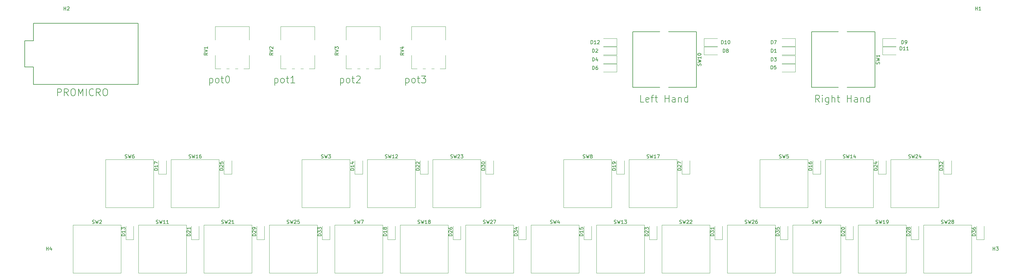
<source format=gto>
G04 #@! TF.GenerationSoftware,KiCad,Pcbnew,(5.1.10)-1*
G04 #@! TF.CreationDate,2021-09-29T18:39:33-04:00*
G04 #@! TF.ProjectId,design,64657369-676e-42e6-9b69-6361645f7063,rev?*
G04 #@! TF.SameCoordinates,Original*
G04 #@! TF.FileFunction,Legend,Top*
G04 #@! TF.FilePolarity,Positive*
%FSLAX46Y46*%
G04 Gerber Fmt 4.6, Leading zero omitted, Abs format (unit mm)*
G04 Created by KiCad (PCBNEW (5.1.10)-1) date 2021-09-29 18:39:33*
%MOMM*%
%LPD*%
G01*
G04 APERTURE LIST*
%ADD10C,0.150000*%
%ADD11C,0.120000*%
%ADD12C,0.200000*%
%ADD13C,0.250000*%
%ADD14C,0.350000*%
%ADD15C,1.700000*%
%ADD16C,4.000000*%
%ADD17C,2.200000*%
%ADD18C,2.500000*%
%ADD19C,1.600000*%
%ADD20R,1.600000X1.600000*%
%ADD21C,1.800000*%
G04 APERTURE END LIST*
D10*
X184620238Y-77964761D02*
X183667857Y-77964761D01*
X183667857Y-75964761D01*
X186048809Y-77869523D02*
X185858333Y-77964761D01*
X185477380Y-77964761D01*
X185286904Y-77869523D01*
X185191666Y-77679047D01*
X185191666Y-76917142D01*
X185286904Y-76726666D01*
X185477380Y-76631428D01*
X185858333Y-76631428D01*
X186048809Y-76726666D01*
X186144047Y-76917142D01*
X186144047Y-77107619D01*
X185191666Y-77298095D01*
X186715476Y-76631428D02*
X187477380Y-76631428D01*
X187001190Y-77964761D02*
X187001190Y-76250476D01*
X187096428Y-76060000D01*
X187286904Y-75964761D01*
X187477380Y-75964761D01*
X187858333Y-76631428D02*
X188620238Y-76631428D01*
X188144047Y-75964761D02*
X188144047Y-77679047D01*
X188239285Y-77869523D01*
X188429761Y-77964761D01*
X188620238Y-77964761D01*
X190810714Y-77964761D02*
X190810714Y-75964761D01*
X190810714Y-76917142D02*
X191953571Y-76917142D01*
X191953571Y-77964761D02*
X191953571Y-75964761D01*
X193763095Y-77964761D02*
X193763095Y-76917142D01*
X193667857Y-76726666D01*
X193477380Y-76631428D01*
X193096428Y-76631428D01*
X192905952Y-76726666D01*
X193763095Y-77869523D02*
X193572619Y-77964761D01*
X193096428Y-77964761D01*
X192905952Y-77869523D01*
X192810714Y-77679047D01*
X192810714Y-77488571D01*
X192905952Y-77298095D01*
X193096428Y-77202857D01*
X193572619Y-77202857D01*
X193763095Y-77107619D01*
X194715476Y-76631428D02*
X194715476Y-77964761D01*
X194715476Y-76821904D02*
X194810714Y-76726666D01*
X195001190Y-76631428D01*
X195286904Y-76631428D01*
X195477380Y-76726666D01*
X195572619Y-76917142D01*
X195572619Y-77964761D01*
X197382142Y-77964761D02*
X197382142Y-75964761D01*
X197382142Y-77869523D02*
X197191666Y-77964761D01*
X196810714Y-77964761D01*
X196620238Y-77869523D01*
X196525000Y-77774285D01*
X196429761Y-77583809D01*
X196429761Y-77012380D01*
X196525000Y-76821904D01*
X196620238Y-76726666D01*
X196810714Y-76631428D01*
X197191666Y-76631428D01*
X197382142Y-76726666D01*
X13886904Y-76114761D02*
X13886904Y-74114761D01*
X14648809Y-74114761D01*
X14839285Y-74210000D01*
X14934523Y-74305238D01*
X15029761Y-74495714D01*
X15029761Y-74781428D01*
X14934523Y-74971904D01*
X14839285Y-75067142D01*
X14648809Y-75162380D01*
X13886904Y-75162380D01*
X17029761Y-76114761D02*
X16363095Y-75162380D01*
X15886904Y-76114761D02*
X15886904Y-74114761D01*
X16648809Y-74114761D01*
X16839285Y-74210000D01*
X16934523Y-74305238D01*
X17029761Y-74495714D01*
X17029761Y-74781428D01*
X16934523Y-74971904D01*
X16839285Y-75067142D01*
X16648809Y-75162380D01*
X15886904Y-75162380D01*
X18267857Y-74114761D02*
X18648809Y-74114761D01*
X18839285Y-74210000D01*
X19029761Y-74400476D01*
X19125000Y-74781428D01*
X19125000Y-75448095D01*
X19029761Y-75829047D01*
X18839285Y-76019523D01*
X18648809Y-76114761D01*
X18267857Y-76114761D01*
X18077380Y-76019523D01*
X17886904Y-75829047D01*
X17791666Y-75448095D01*
X17791666Y-74781428D01*
X17886904Y-74400476D01*
X18077380Y-74210000D01*
X18267857Y-74114761D01*
X19982142Y-76114761D02*
X19982142Y-74114761D01*
X20648809Y-75543333D01*
X21315476Y-74114761D01*
X21315476Y-76114761D01*
X22267857Y-76114761D02*
X22267857Y-74114761D01*
X24363095Y-75924285D02*
X24267857Y-76019523D01*
X23982142Y-76114761D01*
X23791666Y-76114761D01*
X23505952Y-76019523D01*
X23315476Y-75829047D01*
X23220238Y-75638571D01*
X23125000Y-75257619D01*
X23125000Y-74971904D01*
X23220238Y-74590952D01*
X23315476Y-74400476D01*
X23505952Y-74210000D01*
X23791666Y-74114761D01*
X23982142Y-74114761D01*
X24267857Y-74210000D01*
X24363095Y-74305238D01*
X26363095Y-76114761D02*
X25696428Y-75162380D01*
X25220238Y-76114761D02*
X25220238Y-74114761D01*
X25982142Y-74114761D01*
X26172619Y-74210000D01*
X26267857Y-74305238D01*
X26363095Y-74495714D01*
X26363095Y-74781428D01*
X26267857Y-74971904D01*
X26172619Y-75067142D01*
X25982142Y-75162380D01*
X25220238Y-75162380D01*
X27601190Y-74114761D02*
X27982142Y-74114761D01*
X28172619Y-74210000D01*
X28363095Y-74400476D01*
X28458333Y-74781428D01*
X28458333Y-75448095D01*
X28363095Y-75829047D01*
X28172619Y-76019523D01*
X27982142Y-76114761D01*
X27601190Y-76114761D01*
X27410714Y-76019523D01*
X27220238Y-75829047D01*
X27125000Y-75448095D01*
X27125000Y-74781428D01*
X27220238Y-74400476D01*
X27410714Y-74210000D01*
X27601190Y-74114761D01*
X235763095Y-77989761D02*
X235096428Y-77037380D01*
X234620238Y-77989761D02*
X234620238Y-75989761D01*
X235382142Y-75989761D01*
X235572619Y-76085000D01*
X235667857Y-76180238D01*
X235763095Y-76370714D01*
X235763095Y-76656428D01*
X235667857Y-76846904D01*
X235572619Y-76942142D01*
X235382142Y-77037380D01*
X234620238Y-77037380D01*
X236620238Y-77989761D02*
X236620238Y-76656428D01*
X236620238Y-75989761D02*
X236525000Y-76085000D01*
X236620238Y-76180238D01*
X236715476Y-76085000D01*
X236620238Y-75989761D01*
X236620238Y-76180238D01*
X238429761Y-76656428D02*
X238429761Y-78275476D01*
X238334523Y-78465952D01*
X238239285Y-78561190D01*
X238048809Y-78656428D01*
X237763095Y-78656428D01*
X237572619Y-78561190D01*
X238429761Y-77894523D02*
X238239285Y-77989761D01*
X237858333Y-77989761D01*
X237667857Y-77894523D01*
X237572619Y-77799285D01*
X237477380Y-77608809D01*
X237477380Y-77037380D01*
X237572619Y-76846904D01*
X237667857Y-76751666D01*
X237858333Y-76656428D01*
X238239285Y-76656428D01*
X238429761Y-76751666D01*
X239382142Y-77989761D02*
X239382142Y-75989761D01*
X240239285Y-77989761D02*
X240239285Y-76942142D01*
X240144047Y-76751666D01*
X239953571Y-76656428D01*
X239667857Y-76656428D01*
X239477380Y-76751666D01*
X239382142Y-76846904D01*
X240905952Y-76656428D02*
X241667857Y-76656428D01*
X241191666Y-75989761D02*
X241191666Y-77704047D01*
X241286904Y-77894523D01*
X241477380Y-77989761D01*
X241667857Y-77989761D01*
X243858333Y-77989761D02*
X243858333Y-75989761D01*
X243858333Y-76942142D02*
X245001190Y-76942142D01*
X245001190Y-77989761D02*
X245001190Y-75989761D01*
X246810714Y-77989761D02*
X246810714Y-76942142D01*
X246715476Y-76751666D01*
X246525000Y-76656428D01*
X246144047Y-76656428D01*
X245953571Y-76751666D01*
X246810714Y-77894523D02*
X246620238Y-77989761D01*
X246144047Y-77989761D01*
X245953571Y-77894523D01*
X245858333Y-77704047D01*
X245858333Y-77513571D01*
X245953571Y-77323095D01*
X246144047Y-77227857D01*
X246620238Y-77227857D01*
X246810714Y-77132619D01*
X247763095Y-76656428D02*
X247763095Y-77989761D01*
X247763095Y-76846904D02*
X247858333Y-76751666D01*
X248048809Y-76656428D01*
X248334523Y-76656428D01*
X248525000Y-76751666D01*
X248620238Y-76942142D01*
X248620238Y-77989761D01*
X250429761Y-77989761D02*
X250429761Y-75989761D01*
X250429761Y-77894523D02*
X250239285Y-77989761D01*
X249858333Y-77989761D01*
X249667857Y-77894523D01*
X249572619Y-77799285D01*
X249477380Y-77608809D01*
X249477380Y-77037380D01*
X249572619Y-76846904D01*
X249667857Y-76751666D01*
X249858333Y-76656428D01*
X250239285Y-76656428D01*
X250429761Y-76751666D01*
X115292857Y-71056428D02*
X115292857Y-73056428D01*
X115292857Y-71151666D02*
X115483333Y-71056428D01*
X115864285Y-71056428D01*
X116054761Y-71151666D01*
X116150000Y-71246904D01*
X116245238Y-71437380D01*
X116245238Y-72008809D01*
X116150000Y-72199285D01*
X116054761Y-72294523D01*
X115864285Y-72389761D01*
X115483333Y-72389761D01*
X115292857Y-72294523D01*
X117388095Y-72389761D02*
X117197619Y-72294523D01*
X117102380Y-72199285D01*
X117007142Y-72008809D01*
X117007142Y-71437380D01*
X117102380Y-71246904D01*
X117197619Y-71151666D01*
X117388095Y-71056428D01*
X117673809Y-71056428D01*
X117864285Y-71151666D01*
X117959523Y-71246904D01*
X118054761Y-71437380D01*
X118054761Y-72008809D01*
X117959523Y-72199285D01*
X117864285Y-72294523D01*
X117673809Y-72389761D01*
X117388095Y-72389761D01*
X118626190Y-71056428D02*
X119388095Y-71056428D01*
X118911904Y-70389761D02*
X118911904Y-72104047D01*
X119007142Y-72294523D01*
X119197619Y-72389761D01*
X119388095Y-72389761D01*
X119864285Y-70389761D02*
X121102380Y-70389761D01*
X120435714Y-71151666D01*
X120721428Y-71151666D01*
X120911904Y-71246904D01*
X121007142Y-71342142D01*
X121102380Y-71532619D01*
X121102380Y-72008809D01*
X121007142Y-72199285D01*
X120911904Y-72294523D01*
X120721428Y-72389761D01*
X120150000Y-72389761D01*
X119959523Y-72294523D01*
X119864285Y-72199285D01*
X96267857Y-71056428D02*
X96267857Y-73056428D01*
X96267857Y-71151666D02*
X96458333Y-71056428D01*
X96839285Y-71056428D01*
X97029761Y-71151666D01*
X97125000Y-71246904D01*
X97220238Y-71437380D01*
X97220238Y-72008809D01*
X97125000Y-72199285D01*
X97029761Y-72294523D01*
X96839285Y-72389761D01*
X96458333Y-72389761D01*
X96267857Y-72294523D01*
X98363095Y-72389761D02*
X98172619Y-72294523D01*
X98077380Y-72199285D01*
X97982142Y-72008809D01*
X97982142Y-71437380D01*
X98077380Y-71246904D01*
X98172619Y-71151666D01*
X98363095Y-71056428D01*
X98648809Y-71056428D01*
X98839285Y-71151666D01*
X98934523Y-71246904D01*
X99029761Y-71437380D01*
X99029761Y-72008809D01*
X98934523Y-72199285D01*
X98839285Y-72294523D01*
X98648809Y-72389761D01*
X98363095Y-72389761D01*
X99601190Y-71056428D02*
X100363095Y-71056428D01*
X99886904Y-70389761D02*
X99886904Y-72104047D01*
X99982142Y-72294523D01*
X100172619Y-72389761D01*
X100363095Y-72389761D01*
X100934523Y-70580238D02*
X101029761Y-70485000D01*
X101220238Y-70389761D01*
X101696428Y-70389761D01*
X101886904Y-70485000D01*
X101982142Y-70580238D01*
X102077380Y-70770714D01*
X102077380Y-70961190D01*
X101982142Y-71246904D01*
X100839285Y-72389761D01*
X102077380Y-72389761D01*
X77167857Y-71056428D02*
X77167857Y-73056428D01*
X77167857Y-71151666D02*
X77358333Y-71056428D01*
X77739285Y-71056428D01*
X77929761Y-71151666D01*
X78025000Y-71246904D01*
X78120238Y-71437380D01*
X78120238Y-72008809D01*
X78025000Y-72199285D01*
X77929761Y-72294523D01*
X77739285Y-72389761D01*
X77358333Y-72389761D01*
X77167857Y-72294523D01*
X79263095Y-72389761D02*
X79072619Y-72294523D01*
X78977380Y-72199285D01*
X78882142Y-72008809D01*
X78882142Y-71437380D01*
X78977380Y-71246904D01*
X79072619Y-71151666D01*
X79263095Y-71056428D01*
X79548809Y-71056428D01*
X79739285Y-71151666D01*
X79834523Y-71246904D01*
X79929761Y-71437380D01*
X79929761Y-72008809D01*
X79834523Y-72199285D01*
X79739285Y-72294523D01*
X79548809Y-72389761D01*
X79263095Y-72389761D01*
X80501190Y-71056428D02*
X81263095Y-71056428D01*
X80786904Y-70389761D02*
X80786904Y-72104047D01*
X80882142Y-72294523D01*
X81072619Y-72389761D01*
X81263095Y-72389761D01*
X82977380Y-72389761D02*
X81834523Y-72389761D01*
X82405952Y-72389761D02*
X82405952Y-70389761D01*
X82215476Y-70675476D01*
X82025000Y-70865952D01*
X81834523Y-70961190D01*
X58167857Y-71056428D02*
X58167857Y-73056428D01*
X58167857Y-71151666D02*
X58358333Y-71056428D01*
X58739285Y-71056428D01*
X58929761Y-71151666D01*
X59025000Y-71246904D01*
X59120238Y-71437380D01*
X59120238Y-72008809D01*
X59025000Y-72199285D01*
X58929761Y-72294523D01*
X58739285Y-72389761D01*
X58358333Y-72389761D01*
X58167857Y-72294523D01*
X60263095Y-72389761D02*
X60072619Y-72294523D01*
X59977380Y-72199285D01*
X59882142Y-72008809D01*
X59882142Y-71437380D01*
X59977380Y-71246904D01*
X60072619Y-71151666D01*
X60263095Y-71056428D01*
X60548809Y-71056428D01*
X60739285Y-71151666D01*
X60834523Y-71246904D01*
X60929761Y-71437380D01*
X60929761Y-72008809D01*
X60834523Y-72199285D01*
X60739285Y-72294523D01*
X60548809Y-72389761D01*
X60263095Y-72389761D01*
X61501190Y-71056428D02*
X62263095Y-71056428D01*
X61786904Y-70389761D02*
X61786904Y-72104047D01*
X61882142Y-72294523D01*
X62072619Y-72389761D01*
X62263095Y-72389761D01*
X63310714Y-70389761D02*
X63501190Y-70389761D01*
X63691666Y-70485000D01*
X63786904Y-70580238D01*
X63882142Y-70770714D01*
X63977380Y-71151666D01*
X63977380Y-71627857D01*
X63882142Y-72008809D01*
X63786904Y-72199285D01*
X63691666Y-72294523D01*
X63501190Y-72389761D01*
X63310714Y-72389761D01*
X63120238Y-72294523D01*
X63025000Y-72199285D01*
X62929761Y-72008809D01*
X62834523Y-71627857D01*
X62834523Y-71151666D01*
X62929761Y-70770714D01*
X63025000Y-70580238D01*
X63120238Y-70485000D01*
X63310714Y-70389761D01*
D11*
X236085000Y-98905000D02*
X236085000Y-95020000D01*
X233815000Y-98905000D02*
X236085000Y-98905000D01*
X233815000Y-95020000D02*
X233815000Y-98905000D01*
X37450000Y-127735000D02*
X37450000Y-113765000D01*
X51420000Y-127735000D02*
X37450000Y-127735000D01*
X51420000Y-113765000D02*
X51420000Y-127735000D01*
X37450000Y-113765000D02*
X51420000Y-113765000D01*
X123175000Y-108685000D02*
X123175000Y-94715000D01*
X137145000Y-108685000D02*
X123175000Y-108685000D01*
X137145000Y-94715000D02*
X137145000Y-108685000D01*
X123175000Y-94715000D02*
X137145000Y-94715000D01*
X113650000Y-127735000D02*
X113650000Y-113765000D01*
X127620000Y-127735000D02*
X113650000Y-127735000D01*
X127620000Y-113765000D02*
X127620000Y-127735000D01*
X113650000Y-113765000D02*
X127620000Y-113765000D01*
X109990000Y-114070000D02*
X109990000Y-117955000D01*
X109990000Y-117955000D02*
X112260000Y-117955000D01*
X112260000Y-117955000D02*
X112260000Y-114070000D01*
X205240000Y-114070000D02*
X205240000Y-117955000D01*
X205240000Y-117955000D02*
X207510000Y-117955000D01*
X207510000Y-117955000D02*
X207510000Y-114070000D01*
X170800000Y-113765000D02*
X184770000Y-113765000D01*
X184770000Y-113765000D02*
X184770000Y-127735000D01*
X184770000Y-127735000D02*
X170800000Y-127735000D01*
X170800000Y-127735000D02*
X170800000Y-113765000D01*
X46975000Y-108685000D02*
X46975000Y-94715000D01*
X60945000Y-108685000D02*
X46975000Y-108685000D01*
X60945000Y-94715000D02*
X60945000Y-108685000D01*
X46975000Y-94715000D02*
X60945000Y-94715000D01*
X208900000Y-127735000D02*
X208900000Y-113765000D01*
X222870000Y-127735000D02*
X208900000Y-127735000D01*
X222870000Y-113765000D02*
X222870000Y-127735000D01*
X208900000Y-113765000D02*
X222870000Y-113765000D01*
X227950000Y-127735000D02*
X227950000Y-113765000D01*
X241920000Y-127735000D02*
X227950000Y-127735000D01*
X241920000Y-113765000D02*
X241920000Y-127735000D01*
X227950000Y-113765000D02*
X241920000Y-113765000D01*
X189850000Y-127735000D02*
X189850000Y-113765000D01*
X203820000Y-127735000D02*
X189850000Y-127735000D01*
X203820000Y-113765000D02*
X203820000Y-127735000D01*
X189850000Y-113765000D02*
X203820000Y-113765000D01*
X132700000Y-127735000D02*
X132700000Y-113765000D01*
X146670000Y-127735000D02*
X132700000Y-127735000D01*
X146670000Y-113765000D02*
X146670000Y-127735000D01*
X132700000Y-113765000D02*
X146670000Y-113765000D01*
X104125000Y-108685000D02*
X104125000Y-94715000D01*
X118095000Y-108685000D02*
X104125000Y-108685000D01*
X118095000Y-94715000D02*
X118095000Y-108685000D01*
X104125000Y-94715000D02*
X118095000Y-94715000D01*
X85075000Y-108685000D02*
X85075000Y-94715000D01*
X99045000Y-108685000D02*
X85075000Y-108685000D01*
X99045000Y-94715000D02*
X99045000Y-108685000D01*
X85075000Y-94715000D02*
X99045000Y-94715000D01*
X206025000Y-59450000D02*
X202140000Y-59450000D01*
X202140000Y-59450000D02*
X202140000Y-61720000D01*
X202140000Y-61720000D02*
X206025000Y-61720000D01*
X206025000Y-61950000D02*
X202140000Y-61950000D01*
X202140000Y-61950000D02*
X202140000Y-64220000D01*
X202140000Y-64220000D02*
X206025000Y-64220000D01*
D12*
X199925000Y-73685000D02*
X199925000Y-57485000D01*
X181425000Y-73685000D02*
X199925000Y-73685000D01*
X181425000Y-57485000D02*
X181425000Y-73685000D01*
X199925000Y-57485000D02*
X181425000Y-57485000D01*
X251925000Y-73685000D02*
X251925000Y-57485000D01*
X233425000Y-73685000D02*
X251925000Y-73685000D01*
X233425000Y-57485000D02*
X233425000Y-73685000D01*
X251925000Y-57485000D02*
X233425000Y-57485000D01*
D11*
X161275000Y-94715000D02*
X175245000Y-94715000D01*
X175245000Y-94715000D02*
X175245000Y-108685000D01*
X175245000Y-108685000D02*
X161275000Y-108685000D01*
X161275000Y-108685000D02*
X161275000Y-94715000D01*
X266050000Y-127735000D02*
X266050000Y-113765000D01*
X280020000Y-127735000D02*
X266050000Y-127735000D01*
X280020000Y-113765000D02*
X280020000Y-127735000D01*
X266050000Y-113765000D02*
X280020000Y-113765000D01*
X180325000Y-108685000D02*
X180325000Y-94715000D01*
X194295000Y-108685000D02*
X180325000Y-108685000D01*
X194295000Y-94715000D02*
X194295000Y-108685000D01*
X180325000Y-94715000D02*
X194295000Y-94715000D01*
X62365000Y-95020000D02*
X62365000Y-98905000D01*
X62365000Y-98905000D02*
X64635000Y-98905000D01*
X64635000Y-98905000D02*
X64635000Y-95020000D01*
X56500000Y-127735000D02*
X56500000Y-113765000D01*
X70470000Y-127735000D02*
X56500000Y-127735000D01*
X70470000Y-113765000D02*
X70470000Y-127735000D01*
X56500000Y-113765000D02*
X70470000Y-113765000D01*
X43315000Y-95020000D02*
X43315000Y-98905000D01*
X43315000Y-98905000D02*
X45585000Y-98905000D01*
X45585000Y-98905000D02*
X45585000Y-95020000D01*
X281440000Y-114070000D02*
X281440000Y-117955000D01*
X281440000Y-117955000D02*
X283710000Y-117955000D01*
X283710000Y-117955000D02*
X283710000Y-114070000D01*
X224290000Y-114070000D02*
X224290000Y-117955000D01*
X224290000Y-117955000D02*
X226560000Y-117955000D01*
X226560000Y-117955000D02*
X226560000Y-114070000D01*
X148090000Y-114070000D02*
X148090000Y-117955000D01*
X148090000Y-117955000D02*
X150360000Y-117955000D01*
X150360000Y-117955000D02*
X150360000Y-114070000D01*
X90940000Y-114070000D02*
X90940000Y-117955000D01*
X90940000Y-117955000D02*
X93210000Y-117955000D01*
X93210000Y-117955000D02*
X93210000Y-114070000D01*
X271915000Y-95020000D02*
X271915000Y-98905000D01*
X271915000Y-98905000D02*
X274185000Y-98905000D01*
X274185000Y-98905000D02*
X274185000Y-95020000D01*
X138565000Y-95020000D02*
X138565000Y-98905000D01*
X138565000Y-98905000D02*
X140835000Y-98905000D01*
X140835000Y-98905000D02*
X140835000Y-95020000D01*
X71890000Y-114070000D02*
X71890000Y-117955000D01*
X71890000Y-117955000D02*
X74160000Y-117955000D01*
X74160000Y-117955000D02*
X74160000Y-114070000D01*
X262390000Y-114070000D02*
X262390000Y-117955000D01*
X262390000Y-117955000D02*
X264660000Y-117955000D01*
X264660000Y-117955000D02*
X264660000Y-114070000D01*
X195715000Y-95020000D02*
X195715000Y-98905000D01*
X195715000Y-98905000D02*
X197985000Y-98905000D01*
X197985000Y-98905000D02*
X197985000Y-95020000D01*
X129040000Y-114070000D02*
X129040000Y-117955000D01*
X129040000Y-117955000D02*
X131310000Y-117955000D01*
X131310000Y-117955000D02*
X131310000Y-114070000D01*
X252865000Y-95020000D02*
X252865000Y-98905000D01*
X252865000Y-98905000D02*
X255135000Y-98905000D01*
X255135000Y-98905000D02*
X255135000Y-95020000D01*
X186190000Y-114070000D02*
X186190000Y-117955000D01*
X186190000Y-117955000D02*
X188460000Y-117955000D01*
X188460000Y-117955000D02*
X188460000Y-114070000D01*
X119515000Y-95020000D02*
X119515000Y-98905000D01*
X119515000Y-98905000D02*
X121785000Y-98905000D01*
X121785000Y-98905000D02*
X121785000Y-95020000D01*
X52840000Y-114070000D02*
X52840000Y-117955000D01*
X52840000Y-117955000D02*
X55110000Y-117955000D01*
X55110000Y-117955000D02*
X55110000Y-114070000D01*
X243340000Y-114070000D02*
X243340000Y-117955000D01*
X243340000Y-117955000D02*
X245610000Y-117955000D01*
X245610000Y-117955000D02*
X245610000Y-114070000D01*
X176665000Y-95020000D02*
X176665000Y-98905000D01*
X176665000Y-98905000D02*
X178935000Y-98905000D01*
X178935000Y-98905000D02*
X178935000Y-95020000D01*
X167140000Y-114070000D02*
X167140000Y-117955000D01*
X167140000Y-117955000D02*
X169410000Y-117955000D01*
X169410000Y-117955000D02*
X169410000Y-114070000D01*
X100465000Y-95020000D02*
X100465000Y-98905000D01*
X100465000Y-98905000D02*
X102735000Y-98905000D01*
X102735000Y-98905000D02*
X102735000Y-95020000D01*
X33790000Y-114070000D02*
X33790000Y-117955000D01*
X33790000Y-117955000D02*
X36060000Y-117955000D01*
X36060000Y-117955000D02*
X36060000Y-114070000D01*
X172825000Y-61720000D02*
X176710000Y-61720000D01*
X176710000Y-61720000D02*
X176710000Y-59450000D01*
X176710000Y-59450000D02*
X172825000Y-59450000D01*
X258025000Y-61950000D02*
X254140000Y-61950000D01*
X254140000Y-61950000D02*
X254140000Y-64220000D01*
X254140000Y-64220000D02*
X258025000Y-64220000D01*
X258025000Y-59450000D02*
X254140000Y-59450000D01*
X254140000Y-59450000D02*
X254140000Y-61720000D01*
X254140000Y-61720000D02*
X258025000Y-61720000D01*
X224825000Y-61720000D02*
X228710000Y-61720000D01*
X228710000Y-61720000D02*
X228710000Y-59450000D01*
X228710000Y-59450000D02*
X224825000Y-59450000D01*
X172825000Y-69220000D02*
X176710000Y-69220000D01*
X176710000Y-69220000D02*
X176710000Y-66950000D01*
X176710000Y-66950000D02*
X172825000Y-66950000D01*
X224825000Y-69220000D02*
X228710000Y-69220000D01*
X228710000Y-69220000D02*
X228710000Y-66950000D01*
X228710000Y-66950000D02*
X224825000Y-66950000D01*
X172825000Y-66720000D02*
X176710000Y-66720000D01*
X176710000Y-66720000D02*
X176710000Y-64450000D01*
X176710000Y-64450000D02*
X172825000Y-64450000D01*
X224825000Y-66720000D02*
X228710000Y-66720000D01*
X228710000Y-66720000D02*
X228710000Y-64450000D01*
X228710000Y-64450000D02*
X224825000Y-64450000D01*
X172825000Y-64220000D02*
X176710000Y-64220000D01*
X176710000Y-64220000D02*
X176710000Y-61950000D01*
X176710000Y-61950000D02*
X172825000Y-61950000D01*
X224825000Y-64220000D02*
X228710000Y-64220000D01*
X228710000Y-64220000D02*
X228710000Y-61950000D01*
X228710000Y-61950000D02*
X224825000Y-61950000D01*
X151750000Y-113765000D02*
X165720000Y-113765000D01*
X165720000Y-113765000D02*
X165720000Y-127735000D01*
X165720000Y-127735000D02*
X151750000Y-127735000D01*
X151750000Y-127735000D02*
X151750000Y-113765000D01*
X218425000Y-94715000D02*
X232395000Y-94715000D01*
X232395000Y-94715000D02*
X232395000Y-108685000D01*
X232395000Y-108685000D02*
X218425000Y-108685000D01*
X218425000Y-108685000D02*
X218425000Y-94715000D01*
D10*
X37345000Y-55040000D02*
X37345000Y-72820000D01*
X6865000Y-55040000D02*
X37345000Y-55040000D01*
X6865000Y-60120000D02*
X6865000Y-55040000D01*
X4325000Y-60120000D02*
X6865000Y-60120000D01*
X4325000Y-67740000D02*
X4325000Y-60120000D01*
X6865000Y-67740000D02*
X4325000Y-67740000D01*
X6865000Y-72820000D02*
X6865000Y-67740000D01*
X6865000Y-72820000D02*
X37345000Y-72820000D01*
D11*
X75550000Y-127735000D02*
X75550000Y-113765000D01*
X89520000Y-127735000D02*
X75550000Y-127735000D01*
X89520000Y-113765000D02*
X89520000Y-127735000D01*
X75550000Y-113765000D02*
X89520000Y-113765000D01*
X256525000Y-108685000D02*
X256525000Y-94715000D01*
X270495000Y-108685000D02*
X256525000Y-108685000D01*
X270495000Y-94715000D02*
X270495000Y-108685000D01*
X256525000Y-94715000D02*
X270495000Y-94715000D01*
X247000000Y-127735000D02*
X247000000Y-113765000D01*
X260970000Y-127735000D02*
X247000000Y-127735000D01*
X260970000Y-113765000D02*
X260970000Y-127735000D01*
X247000000Y-113765000D02*
X260970000Y-113765000D01*
X237475000Y-108685000D02*
X237475000Y-94715000D01*
X251445000Y-108685000D02*
X237475000Y-108685000D01*
X251445000Y-94715000D02*
X251445000Y-108685000D01*
X237475000Y-94715000D02*
X251445000Y-94715000D01*
X94600000Y-127735000D02*
X94600000Y-113765000D01*
X108570000Y-127735000D02*
X94600000Y-127735000D01*
X108570000Y-113765000D02*
X108570000Y-127735000D01*
X94600000Y-113765000D02*
X108570000Y-113765000D01*
X27925000Y-108685000D02*
X27925000Y-94715000D01*
X41895000Y-108685000D02*
X27925000Y-108685000D01*
X41895000Y-94715000D02*
X41895000Y-108685000D01*
X27925000Y-94715000D02*
X41895000Y-94715000D01*
X18400000Y-127735000D02*
X18400000Y-113765000D01*
X32370000Y-127735000D02*
X18400000Y-127735000D01*
X32370000Y-113765000D02*
X32370000Y-127735000D01*
X18400000Y-113765000D02*
X32370000Y-113765000D01*
X116954999Y-56015001D02*
X126894999Y-56015001D01*
X125294999Y-68255001D02*
X126894999Y-68255001D01*
X122795999Y-68255001D02*
X123554999Y-68255001D01*
X120295999Y-68255001D02*
X121054999Y-68255001D01*
X116954999Y-68255001D02*
X118553999Y-68255001D01*
X126894999Y-59880001D02*
X126894999Y-56015001D01*
X126894999Y-68255001D02*
X126894999Y-64390001D01*
X116954999Y-59880001D02*
X116954999Y-56015001D01*
X116954999Y-68255001D02*
X116954999Y-64390001D01*
X97904999Y-56015001D02*
X107844999Y-56015001D01*
X106244999Y-68255001D02*
X107844999Y-68255001D01*
X103745999Y-68255001D02*
X104504999Y-68255001D01*
X101245999Y-68255001D02*
X102004999Y-68255001D01*
X97904999Y-68255001D02*
X99503999Y-68255001D01*
X107844999Y-59880001D02*
X107844999Y-56015001D01*
X107844999Y-68255001D02*
X107844999Y-64390001D01*
X97904999Y-59880001D02*
X97904999Y-56015001D01*
X97904999Y-68255001D02*
X97904999Y-64390001D01*
X78854999Y-56015001D02*
X88794999Y-56015001D01*
X87194999Y-68255001D02*
X88794999Y-68255001D01*
X84695999Y-68255001D02*
X85454999Y-68255001D01*
X82195999Y-68255001D02*
X82954999Y-68255001D01*
X78854999Y-68255001D02*
X80453999Y-68255001D01*
X88794999Y-59880001D02*
X88794999Y-56015001D01*
X88794999Y-68255001D02*
X88794999Y-64390001D01*
X78854999Y-59880001D02*
X78854999Y-56015001D01*
X78854999Y-68255001D02*
X78854999Y-64390001D01*
X59804999Y-56015001D02*
X69744999Y-56015001D01*
X68144999Y-68255001D02*
X69744999Y-68255001D01*
X65645999Y-68255001D02*
X66404999Y-68255001D01*
X63145999Y-68255001D02*
X63904999Y-68255001D01*
X59804999Y-68255001D02*
X61403999Y-68255001D01*
X69744999Y-59880001D02*
X69744999Y-56015001D01*
X69744999Y-68255001D02*
X69744999Y-64390001D01*
X59804999Y-59880001D02*
X59804999Y-56015001D01*
X59804999Y-68255001D02*
X59804999Y-64390001D01*
D10*
X233582380Y-97834285D02*
X232582380Y-97834285D01*
X232582380Y-97596190D01*
X232630000Y-97453333D01*
X232725238Y-97358095D01*
X232820476Y-97310476D01*
X233010952Y-97262857D01*
X233153809Y-97262857D01*
X233344285Y-97310476D01*
X233439523Y-97358095D01*
X233534761Y-97453333D01*
X233582380Y-97596190D01*
X233582380Y-97834285D01*
X233582380Y-96310476D02*
X233582380Y-96881904D01*
X233582380Y-96596190D02*
X232582380Y-96596190D01*
X232725238Y-96691428D01*
X232820476Y-96786666D01*
X232868095Y-96881904D01*
X232582380Y-95453333D02*
X232582380Y-95643809D01*
X232630000Y-95739047D01*
X232677619Y-95786666D01*
X232820476Y-95881904D01*
X233010952Y-95929523D01*
X233391904Y-95929523D01*
X233487142Y-95881904D01*
X233534761Y-95834285D01*
X233582380Y-95739047D01*
X233582380Y-95548571D01*
X233534761Y-95453333D01*
X233487142Y-95405714D01*
X233391904Y-95358095D01*
X233153809Y-95358095D01*
X233058571Y-95405714D01*
X233010952Y-95453333D01*
X232963333Y-95548571D01*
X232963333Y-95739047D01*
X233010952Y-95834285D01*
X233058571Y-95881904D01*
X233153809Y-95929523D01*
X42625476Y-113280761D02*
X42768333Y-113328380D01*
X43006428Y-113328380D01*
X43101666Y-113280761D01*
X43149285Y-113233142D01*
X43196904Y-113137904D01*
X43196904Y-113042666D01*
X43149285Y-112947428D01*
X43101666Y-112899809D01*
X43006428Y-112852190D01*
X42815952Y-112804571D01*
X42720714Y-112756952D01*
X42673095Y-112709333D01*
X42625476Y-112614095D01*
X42625476Y-112518857D01*
X42673095Y-112423619D01*
X42720714Y-112376000D01*
X42815952Y-112328380D01*
X43054047Y-112328380D01*
X43196904Y-112376000D01*
X43530238Y-112328380D02*
X43768333Y-113328380D01*
X43958809Y-112614095D01*
X44149285Y-113328380D01*
X44387380Y-112328380D01*
X45292142Y-113328380D02*
X44720714Y-113328380D01*
X45006428Y-113328380D02*
X45006428Y-112328380D01*
X44911190Y-112471238D01*
X44815952Y-112566476D01*
X44720714Y-112614095D01*
X46244523Y-113328380D02*
X45673095Y-113328380D01*
X45958809Y-113328380D02*
X45958809Y-112328380D01*
X45863571Y-112471238D01*
X45768333Y-112566476D01*
X45673095Y-112614095D01*
X128350476Y-94230761D02*
X128493333Y-94278380D01*
X128731428Y-94278380D01*
X128826666Y-94230761D01*
X128874285Y-94183142D01*
X128921904Y-94087904D01*
X128921904Y-93992666D01*
X128874285Y-93897428D01*
X128826666Y-93849809D01*
X128731428Y-93802190D01*
X128540952Y-93754571D01*
X128445714Y-93706952D01*
X128398095Y-93659333D01*
X128350476Y-93564095D01*
X128350476Y-93468857D01*
X128398095Y-93373619D01*
X128445714Y-93326000D01*
X128540952Y-93278380D01*
X128779047Y-93278380D01*
X128921904Y-93326000D01*
X129255238Y-93278380D02*
X129493333Y-94278380D01*
X129683809Y-93564095D01*
X129874285Y-94278380D01*
X130112380Y-93278380D01*
X130445714Y-93373619D02*
X130493333Y-93326000D01*
X130588571Y-93278380D01*
X130826666Y-93278380D01*
X130921904Y-93326000D01*
X130969523Y-93373619D01*
X131017142Y-93468857D01*
X131017142Y-93564095D01*
X130969523Y-93706952D01*
X130398095Y-94278380D01*
X131017142Y-94278380D01*
X131350476Y-93278380D02*
X131969523Y-93278380D01*
X131636190Y-93659333D01*
X131779047Y-93659333D01*
X131874285Y-93706952D01*
X131921904Y-93754571D01*
X131969523Y-93849809D01*
X131969523Y-94087904D01*
X131921904Y-94183142D01*
X131874285Y-94230761D01*
X131779047Y-94278380D01*
X131493333Y-94278380D01*
X131398095Y-94230761D01*
X131350476Y-94183142D01*
X118825476Y-113280761D02*
X118968333Y-113328380D01*
X119206428Y-113328380D01*
X119301666Y-113280761D01*
X119349285Y-113233142D01*
X119396904Y-113137904D01*
X119396904Y-113042666D01*
X119349285Y-112947428D01*
X119301666Y-112899809D01*
X119206428Y-112852190D01*
X119015952Y-112804571D01*
X118920714Y-112756952D01*
X118873095Y-112709333D01*
X118825476Y-112614095D01*
X118825476Y-112518857D01*
X118873095Y-112423619D01*
X118920714Y-112376000D01*
X119015952Y-112328380D01*
X119254047Y-112328380D01*
X119396904Y-112376000D01*
X119730238Y-112328380D02*
X119968333Y-113328380D01*
X120158809Y-112614095D01*
X120349285Y-113328380D01*
X120587380Y-112328380D01*
X121492142Y-113328380D02*
X120920714Y-113328380D01*
X121206428Y-113328380D02*
X121206428Y-112328380D01*
X121111190Y-112471238D01*
X121015952Y-112566476D01*
X120920714Y-112614095D01*
X122063571Y-112756952D02*
X121968333Y-112709333D01*
X121920714Y-112661714D01*
X121873095Y-112566476D01*
X121873095Y-112518857D01*
X121920714Y-112423619D01*
X121968333Y-112376000D01*
X122063571Y-112328380D01*
X122254047Y-112328380D01*
X122349285Y-112376000D01*
X122396904Y-112423619D01*
X122444523Y-112518857D01*
X122444523Y-112566476D01*
X122396904Y-112661714D01*
X122349285Y-112709333D01*
X122254047Y-112756952D01*
X122063571Y-112756952D01*
X121968333Y-112804571D01*
X121920714Y-112852190D01*
X121873095Y-112947428D01*
X121873095Y-113137904D01*
X121920714Y-113233142D01*
X121968333Y-113280761D01*
X122063571Y-113328380D01*
X122254047Y-113328380D01*
X122349285Y-113280761D01*
X122396904Y-113233142D01*
X122444523Y-113137904D01*
X122444523Y-112947428D01*
X122396904Y-112852190D01*
X122349285Y-112804571D01*
X122254047Y-112756952D01*
X109757380Y-116884285D02*
X108757380Y-116884285D01*
X108757380Y-116646190D01*
X108805000Y-116503333D01*
X108900238Y-116408095D01*
X108995476Y-116360476D01*
X109185952Y-116312857D01*
X109328809Y-116312857D01*
X109519285Y-116360476D01*
X109614523Y-116408095D01*
X109709761Y-116503333D01*
X109757380Y-116646190D01*
X109757380Y-116884285D01*
X109757380Y-115360476D02*
X109757380Y-115931904D01*
X109757380Y-115646190D02*
X108757380Y-115646190D01*
X108900238Y-115741428D01*
X108995476Y-115836666D01*
X109043095Y-115931904D01*
X109185952Y-114789047D02*
X109138333Y-114884285D01*
X109090714Y-114931904D01*
X108995476Y-114979523D01*
X108947857Y-114979523D01*
X108852619Y-114931904D01*
X108805000Y-114884285D01*
X108757380Y-114789047D01*
X108757380Y-114598571D01*
X108805000Y-114503333D01*
X108852619Y-114455714D01*
X108947857Y-114408095D01*
X108995476Y-114408095D01*
X109090714Y-114455714D01*
X109138333Y-114503333D01*
X109185952Y-114598571D01*
X109185952Y-114789047D01*
X109233571Y-114884285D01*
X109281190Y-114931904D01*
X109376428Y-114979523D01*
X109566904Y-114979523D01*
X109662142Y-114931904D01*
X109709761Y-114884285D01*
X109757380Y-114789047D01*
X109757380Y-114598571D01*
X109709761Y-114503333D01*
X109662142Y-114455714D01*
X109566904Y-114408095D01*
X109376428Y-114408095D01*
X109281190Y-114455714D01*
X109233571Y-114503333D01*
X109185952Y-114598571D01*
X205007380Y-116884285D02*
X204007380Y-116884285D01*
X204007380Y-116646190D01*
X204055000Y-116503333D01*
X204150238Y-116408095D01*
X204245476Y-116360476D01*
X204435952Y-116312857D01*
X204578809Y-116312857D01*
X204769285Y-116360476D01*
X204864523Y-116408095D01*
X204959761Y-116503333D01*
X205007380Y-116646190D01*
X205007380Y-116884285D01*
X204007380Y-115979523D02*
X204007380Y-115360476D01*
X204388333Y-115693809D01*
X204388333Y-115550952D01*
X204435952Y-115455714D01*
X204483571Y-115408095D01*
X204578809Y-115360476D01*
X204816904Y-115360476D01*
X204912142Y-115408095D01*
X204959761Y-115455714D01*
X205007380Y-115550952D01*
X205007380Y-115836666D01*
X204959761Y-115931904D01*
X204912142Y-115979523D01*
X205007380Y-114408095D02*
X205007380Y-114979523D01*
X205007380Y-114693809D02*
X204007380Y-114693809D01*
X204150238Y-114789047D01*
X204245476Y-114884285D01*
X204293095Y-114979523D01*
X175975476Y-113280761D02*
X176118333Y-113328380D01*
X176356428Y-113328380D01*
X176451666Y-113280761D01*
X176499285Y-113233142D01*
X176546904Y-113137904D01*
X176546904Y-113042666D01*
X176499285Y-112947428D01*
X176451666Y-112899809D01*
X176356428Y-112852190D01*
X176165952Y-112804571D01*
X176070714Y-112756952D01*
X176023095Y-112709333D01*
X175975476Y-112614095D01*
X175975476Y-112518857D01*
X176023095Y-112423619D01*
X176070714Y-112376000D01*
X176165952Y-112328380D01*
X176404047Y-112328380D01*
X176546904Y-112376000D01*
X176880238Y-112328380D02*
X177118333Y-113328380D01*
X177308809Y-112614095D01*
X177499285Y-113328380D01*
X177737380Y-112328380D01*
X178642142Y-113328380D02*
X178070714Y-113328380D01*
X178356428Y-113328380D02*
X178356428Y-112328380D01*
X178261190Y-112471238D01*
X178165952Y-112566476D01*
X178070714Y-112614095D01*
X178975476Y-112328380D02*
X179594523Y-112328380D01*
X179261190Y-112709333D01*
X179404047Y-112709333D01*
X179499285Y-112756952D01*
X179546904Y-112804571D01*
X179594523Y-112899809D01*
X179594523Y-113137904D01*
X179546904Y-113233142D01*
X179499285Y-113280761D01*
X179404047Y-113328380D01*
X179118333Y-113328380D01*
X179023095Y-113280761D01*
X178975476Y-113233142D01*
X52150476Y-94230761D02*
X52293333Y-94278380D01*
X52531428Y-94278380D01*
X52626666Y-94230761D01*
X52674285Y-94183142D01*
X52721904Y-94087904D01*
X52721904Y-93992666D01*
X52674285Y-93897428D01*
X52626666Y-93849809D01*
X52531428Y-93802190D01*
X52340952Y-93754571D01*
X52245714Y-93706952D01*
X52198095Y-93659333D01*
X52150476Y-93564095D01*
X52150476Y-93468857D01*
X52198095Y-93373619D01*
X52245714Y-93326000D01*
X52340952Y-93278380D01*
X52579047Y-93278380D01*
X52721904Y-93326000D01*
X53055238Y-93278380D02*
X53293333Y-94278380D01*
X53483809Y-93564095D01*
X53674285Y-94278380D01*
X53912380Y-93278380D01*
X54817142Y-94278380D02*
X54245714Y-94278380D01*
X54531428Y-94278380D02*
X54531428Y-93278380D01*
X54436190Y-93421238D01*
X54340952Y-93516476D01*
X54245714Y-93564095D01*
X55674285Y-93278380D02*
X55483809Y-93278380D01*
X55388571Y-93326000D01*
X55340952Y-93373619D01*
X55245714Y-93516476D01*
X55198095Y-93706952D01*
X55198095Y-94087904D01*
X55245714Y-94183142D01*
X55293333Y-94230761D01*
X55388571Y-94278380D01*
X55579047Y-94278380D01*
X55674285Y-94230761D01*
X55721904Y-94183142D01*
X55769523Y-94087904D01*
X55769523Y-93849809D01*
X55721904Y-93754571D01*
X55674285Y-93706952D01*
X55579047Y-93659333D01*
X55388571Y-93659333D01*
X55293333Y-93706952D01*
X55245714Y-93754571D01*
X55198095Y-93849809D01*
X214075476Y-113280761D02*
X214218333Y-113328380D01*
X214456428Y-113328380D01*
X214551666Y-113280761D01*
X214599285Y-113233142D01*
X214646904Y-113137904D01*
X214646904Y-113042666D01*
X214599285Y-112947428D01*
X214551666Y-112899809D01*
X214456428Y-112852190D01*
X214265952Y-112804571D01*
X214170714Y-112756952D01*
X214123095Y-112709333D01*
X214075476Y-112614095D01*
X214075476Y-112518857D01*
X214123095Y-112423619D01*
X214170714Y-112376000D01*
X214265952Y-112328380D01*
X214504047Y-112328380D01*
X214646904Y-112376000D01*
X214980238Y-112328380D02*
X215218333Y-113328380D01*
X215408809Y-112614095D01*
X215599285Y-113328380D01*
X215837380Y-112328380D01*
X216170714Y-112423619D02*
X216218333Y-112376000D01*
X216313571Y-112328380D01*
X216551666Y-112328380D01*
X216646904Y-112376000D01*
X216694523Y-112423619D01*
X216742142Y-112518857D01*
X216742142Y-112614095D01*
X216694523Y-112756952D01*
X216123095Y-113328380D01*
X216742142Y-113328380D01*
X217599285Y-112328380D02*
X217408809Y-112328380D01*
X217313571Y-112376000D01*
X217265952Y-112423619D01*
X217170714Y-112566476D01*
X217123095Y-112756952D01*
X217123095Y-113137904D01*
X217170714Y-113233142D01*
X217218333Y-113280761D01*
X217313571Y-113328380D01*
X217504047Y-113328380D01*
X217599285Y-113280761D01*
X217646904Y-113233142D01*
X217694523Y-113137904D01*
X217694523Y-112899809D01*
X217646904Y-112804571D01*
X217599285Y-112756952D01*
X217504047Y-112709333D01*
X217313571Y-112709333D01*
X217218333Y-112756952D01*
X217170714Y-112804571D01*
X217123095Y-112899809D01*
X233601666Y-113280761D02*
X233744523Y-113328380D01*
X233982619Y-113328380D01*
X234077857Y-113280761D01*
X234125476Y-113233142D01*
X234173095Y-113137904D01*
X234173095Y-113042666D01*
X234125476Y-112947428D01*
X234077857Y-112899809D01*
X233982619Y-112852190D01*
X233792142Y-112804571D01*
X233696904Y-112756952D01*
X233649285Y-112709333D01*
X233601666Y-112614095D01*
X233601666Y-112518857D01*
X233649285Y-112423619D01*
X233696904Y-112376000D01*
X233792142Y-112328380D01*
X234030238Y-112328380D01*
X234173095Y-112376000D01*
X234506428Y-112328380D02*
X234744523Y-113328380D01*
X234935000Y-112614095D01*
X235125476Y-113328380D01*
X235363571Y-112328380D01*
X235792142Y-113328380D02*
X235982619Y-113328380D01*
X236077857Y-113280761D01*
X236125476Y-113233142D01*
X236220714Y-113090285D01*
X236268333Y-112899809D01*
X236268333Y-112518857D01*
X236220714Y-112423619D01*
X236173095Y-112376000D01*
X236077857Y-112328380D01*
X235887380Y-112328380D01*
X235792142Y-112376000D01*
X235744523Y-112423619D01*
X235696904Y-112518857D01*
X235696904Y-112756952D01*
X235744523Y-112852190D01*
X235792142Y-112899809D01*
X235887380Y-112947428D01*
X236077857Y-112947428D01*
X236173095Y-112899809D01*
X236220714Y-112852190D01*
X236268333Y-112756952D01*
X195025476Y-113280761D02*
X195168333Y-113328380D01*
X195406428Y-113328380D01*
X195501666Y-113280761D01*
X195549285Y-113233142D01*
X195596904Y-113137904D01*
X195596904Y-113042666D01*
X195549285Y-112947428D01*
X195501666Y-112899809D01*
X195406428Y-112852190D01*
X195215952Y-112804571D01*
X195120714Y-112756952D01*
X195073095Y-112709333D01*
X195025476Y-112614095D01*
X195025476Y-112518857D01*
X195073095Y-112423619D01*
X195120714Y-112376000D01*
X195215952Y-112328380D01*
X195454047Y-112328380D01*
X195596904Y-112376000D01*
X195930238Y-112328380D02*
X196168333Y-113328380D01*
X196358809Y-112614095D01*
X196549285Y-113328380D01*
X196787380Y-112328380D01*
X197120714Y-112423619D02*
X197168333Y-112376000D01*
X197263571Y-112328380D01*
X197501666Y-112328380D01*
X197596904Y-112376000D01*
X197644523Y-112423619D01*
X197692142Y-112518857D01*
X197692142Y-112614095D01*
X197644523Y-112756952D01*
X197073095Y-113328380D01*
X197692142Y-113328380D01*
X198073095Y-112423619D02*
X198120714Y-112376000D01*
X198215952Y-112328380D01*
X198454047Y-112328380D01*
X198549285Y-112376000D01*
X198596904Y-112423619D01*
X198644523Y-112518857D01*
X198644523Y-112614095D01*
X198596904Y-112756952D01*
X198025476Y-113328380D01*
X198644523Y-113328380D01*
X137875476Y-113280761D02*
X138018333Y-113328380D01*
X138256428Y-113328380D01*
X138351666Y-113280761D01*
X138399285Y-113233142D01*
X138446904Y-113137904D01*
X138446904Y-113042666D01*
X138399285Y-112947428D01*
X138351666Y-112899809D01*
X138256428Y-112852190D01*
X138065952Y-112804571D01*
X137970714Y-112756952D01*
X137923095Y-112709333D01*
X137875476Y-112614095D01*
X137875476Y-112518857D01*
X137923095Y-112423619D01*
X137970714Y-112376000D01*
X138065952Y-112328380D01*
X138304047Y-112328380D01*
X138446904Y-112376000D01*
X138780238Y-112328380D02*
X139018333Y-113328380D01*
X139208809Y-112614095D01*
X139399285Y-113328380D01*
X139637380Y-112328380D01*
X139970714Y-112423619D02*
X140018333Y-112376000D01*
X140113571Y-112328380D01*
X140351666Y-112328380D01*
X140446904Y-112376000D01*
X140494523Y-112423619D01*
X140542142Y-112518857D01*
X140542142Y-112614095D01*
X140494523Y-112756952D01*
X139923095Y-113328380D01*
X140542142Y-113328380D01*
X140875476Y-112328380D02*
X141542142Y-112328380D01*
X141113571Y-113328380D01*
X109300476Y-94230761D02*
X109443333Y-94278380D01*
X109681428Y-94278380D01*
X109776666Y-94230761D01*
X109824285Y-94183142D01*
X109871904Y-94087904D01*
X109871904Y-93992666D01*
X109824285Y-93897428D01*
X109776666Y-93849809D01*
X109681428Y-93802190D01*
X109490952Y-93754571D01*
X109395714Y-93706952D01*
X109348095Y-93659333D01*
X109300476Y-93564095D01*
X109300476Y-93468857D01*
X109348095Y-93373619D01*
X109395714Y-93326000D01*
X109490952Y-93278380D01*
X109729047Y-93278380D01*
X109871904Y-93326000D01*
X110205238Y-93278380D02*
X110443333Y-94278380D01*
X110633809Y-93564095D01*
X110824285Y-94278380D01*
X111062380Y-93278380D01*
X111967142Y-94278380D02*
X111395714Y-94278380D01*
X111681428Y-94278380D02*
X111681428Y-93278380D01*
X111586190Y-93421238D01*
X111490952Y-93516476D01*
X111395714Y-93564095D01*
X112348095Y-93373619D02*
X112395714Y-93326000D01*
X112490952Y-93278380D01*
X112729047Y-93278380D01*
X112824285Y-93326000D01*
X112871904Y-93373619D01*
X112919523Y-93468857D01*
X112919523Y-93564095D01*
X112871904Y-93706952D01*
X112300476Y-94278380D01*
X112919523Y-94278380D01*
X90726666Y-94230761D02*
X90869523Y-94278380D01*
X91107619Y-94278380D01*
X91202857Y-94230761D01*
X91250476Y-94183142D01*
X91298095Y-94087904D01*
X91298095Y-93992666D01*
X91250476Y-93897428D01*
X91202857Y-93849809D01*
X91107619Y-93802190D01*
X90917142Y-93754571D01*
X90821904Y-93706952D01*
X90774285Y-93659333D01*
X90726666Y-93564095D01*
X90726666Y-93468857D01*
X90774285Y-93373619D01*
X90821904Y-93326000D01*
X90917142Y-93278380D01*
X91155238Y-93278380D01*
X91298095Y-93326000D01*
X91631428Y-93278380D02*
X91869523Y-94278380D01*
X92060000Y-93564095D01*
X92250476Y-94278380D01*
X92488571Y-93278380D01*
X92774285Y-93278380D02*
X93393333Y-93278380D01*
X93060000Y-93659333D01*
X93202857Y-93659333D01*
X93298095Y-93706952D01*
X93345714Y-93754571D01*
X93393333Y-93849809D01*
X93393333Y-94087904D01*
X93345714Y-94183142D01*
X93298095Y-94230761D01*
X93202857Y-94278380D01*
X92917142Y-94278380D01*
X92821904Y-94230761D01*
X92774285Y-94183142D01*
X10668095Y-121102380D02*
X10668095Y-120102380D01*
X10668095Y-120578571D02*
X11239523Y-120578571D01*
X11239523Y-121102380D02*
X11239523Y-120102380D01*
X12144285Y-120435714D02*
X12144285Y-121102380D01*
X11906190Y-120054761D02*
X11668095Y-120769047D01*
X12287142Y-120769047D01*
X286258095Y-121102380D02*
X286258095Y-120102380D01*
X286258095Y-120578571D02*
X286829523Y-120578571D01*
X286829523Y-121102380D02*
X286829523Y-120102380D01*
X287210476Y-120102380D02*
X287829523Y-120102380D01*
X287496190Y-120483333D01*
X287639047Y-120483333D01*
X287734285Y-120530952D01*
X287781904Y-120578571D01*
X287829523Y-120673809D01*
X287829523Y-120911904D01*
X287781904Y-121007142D01*
X287734285Y-121054761D01*
X287639047Y-121102380D01*
X287353333Y-121102380D01*
X287258095Y-121054761D01*
X287210476Y-121007142D01*
X15748095Y-51252380D02*
X15748095Y-50252380D01*
X15748095Y-50728571D02*
X16319523Y-50728571D01*
X16319523Y-51252380D02*
X16319523Y-50252380D01*
X16748095Y-50347619D02*
X16795714Y-50300000D01*
X16890952Y-50252380D01*
X17129047Y-50252380D01*
X17224285Y-50300000D01*
X17271904Y-50347619D01*
X17319523Y-50442857D01*
X17319523Y-50538095D01*
X17271904Y-50680952D01*
X16700476Y-51252380D01*
X17319523Y-51252380D01*
X281178095Y-51252380D02*
X281178095Y-50252380D01*
X281178095Y-50728571D02*
X281749523Y-50728571D01*
X281749523Y-51252380D02*
X281749523Y-50252380D01*
X282749523Y-51252380D02*
X282178095Y-51252380D01*
X282463809Y-51252380D02*
X282463809Y-50252380D01*
X282368571Y-50395238D01*
X282273333Y-50490476D01*
X282178095Y-50538095D01*
X207210714Y-61037380D02*
X207210714Y-60037380D01*
X207448809Y-60037380D01*
X207591666Y-60085000D01*
X207686904Y-60180238D01*
X207734523Y-60275476D01*
X207782142Y-60465952D01*
X207782142Y-60608809D01*
X207734523Y-60799285D01*
X207686904Y-60894523D01*
X207591666Y-60989761D01*
X207448809Y-61037380D01*
X207210714Y-61037380D01*
X208734523Y-61037380D02*
X208163095Y-61037380D01*
X208448809Y-61037380D02*
X208448809Y-60037380D01*
X208353571Y-60180238D01*
X208258333Y-60275476D01*
X208163095Y-60323095D01*
X209353571Y-60037380D02*
X209448809Y-60037380D01*
X209544047Y-60085000D01*
X209591666Y-60132619D01*
X209639285Y-60227857D01*
X209686904Y-60418333D01*
X209686904Y-60656428D01*
X209639285Y-60846904D01*
X209591666Y-60942142D01*
X209544047Y-60989761D01*
X209448809Y-61037380D01*
X209353571Y-61037380D01*
X209258333Y-60989761D01*
X209210714Y-60942142D01*
X209163095Y-60846904D01*
X209115476Y-60656428D01*
X209115476Y-60418333D01*
X209163095Y-60227857D01*
X209210714Y-60132619D01*
X209258333Y-60085000D01*
X209353571Y-60037380D01*
X207686904Y-63537380D02*
X207686904Y-62537380D01*
X207925000Y-62537380D01*
X208067857Y-62585000D01*
X208163095Y-62680238D01*
X208210714Y-62775476D01*
X208258333Y-62965952D01*
X208258333Y-63108809D01*
X208210714Y-63299285D01*
X208163095Y-63394523D01*
X208067857Y-63489761D01*
X207925000Y-63537380D01*
X207686904Y-63537380D01*
X208829761Y-62965952D02*
X208734523Y-62918333D01*
X208686904Y-62870714D01*
X208639285Y-62775476D01*
X208639285Y-62727857D01*
X208686904Y-62632619D01*
X208734523Y-62585000D01*
X208829761Y-62537380D01*
X209020238Y-62537380D01*
X209115476Y-62585000D01*
X209163095Y-62632619D01*
X209210714Y-62727857D01*
X209210714Y-62775476D01*
X209163095Y-62870714D01*
X209115476Y-62918333D01*
X209020238Y-62965952D01*
X208829761Y-62965952D01*
X208734523Y-63013571D01*
X208686904Y-63061190D01*
X208639285Y-63156428D01*
X208639285Y-63346904D01*
X208686904Y-63442142D01*
X208734523Y-63489761D01*
X208829761Y-63537380D01*
X209020238Y-63537380D01*
X209115476Y-63489761D01*
X209163095Y-63442142D01*
X209210714Y-63346904D01*
X209210714Y-63156428D01*
X209163095Y-63061190D01*
X209115476Y-63013571D01*
X209020238Y-62965952D01*
X201229761Y-67394523D02*
X201277380Y-67251666D01*
X201277380Y-67013571D01*
X201229761Y-66918333D01*
X201182142Y-66870714D01*
X201086904Y-66823095D01*
X200991666Y-66823095D01*
X200896428Y-66870714D01*
X200848809Y-66918333D01*
X200801190Y-67013571D01*
X200753571Y-67204047D01*
X200705952Y-67299285D01*
X200658333Y-67346904D01*
X200563095Y-67394523D01*
X200467857Y-67394523D01*
X200372619Y-67346904D01*
X200325000Y-67299285D01*
X200277380Y-67204047D01*
X200277380Y-66965952D01*
X200325000Y-66823095D01*
X200277380Y-66489761D02*
X201277380Y-66251666D01*
X200563095Y-66061190D01*
X201277380Y-65870714D01*
X200277380Y-65632619D01*
X201277380Y-64727857D02*
X201277380Y-65299285D01*
X201277380Y-65013571D02*
X200277380Y-65013571D01*
X200420238Y-65108809D01*
X200515476Y-65204047D01*
X200563095Y-65299285D01*
X200277380Y-64108809D02*
X200277380Y-64013571D01*
X200325000Y-63918333D01*
X200372619Y-63870714D01*
X200467857Y-63823095D01*
X200658333Y-63775476D01*
X200896428Y-63775476D01*
X201086904Y-63823095D01*
X201182142Y-63870714D01*
X201229761Y-63918333D01*
X201277380Y-64013571D01*
X201277380Y-64108809D01*
X201229761Y-64204047D01*
X201182142Y-64251666D01*
X201086904Y-64299285D01*
X200896428Y-64346904D01*
X200658333Y-64346904D01*
X200467857Y-64299285D01*
X200372619Y-64251666D01*
X200325000Y-64204047D01*
X200277380Y-64108809D01*
X253229761Y-66918333D02*
X253277380Y-66775476D01*
X253277380Y-66537380D01*
X253229761Y-66442142D01*
X253182142Y-66394523D01*
X253086904Y-66346904D01*
X252991666Y-66346904D01*
X252896428Y-66394523D01*
X252848809Y-66442142D01*
X252801190Y-66537380D01*
X252753571Y-66727857D01*
X252705952Y-66823095D01*
X252658333Y-66870714D01*
X252563095Y-66918333D01*
X252467857Y-66918333D01*
X252372619Y-66870714D01*
X252325000Y-66823095D01*
X252277380Y-66727857D01*
X252277380Y-66489761D01*
X252325000Y-66346904D01*
X252277380Y-66013571D02*
X253277380Y-65775476D01*
X252563095Y-65585000D01*
X253277380Y-65394523D01*
X252277380Y-65156428D01*
X253277380Y-64251666D02*
X253277380Y-64823095D01*
X253277380Y-64537380D02*
X252277380Y-64537380D01*
X252420238Y-64632619D01*
X252515476Y-64727857D01*
X252563095Y-64823095D01*
X166926666Y-94230761D02*
X167069523Y-94278380D01*
X167307619Y-94278380D01*
X167402857Y-94230761D01*
X167450476Y-94183142D01*
X167498095Y-94087904D01*
X167498095Y-93992666D01*
X167450476Y-93897428D01*
X167402857Y-93849809D01*
X167307619Y-93802190D01*
X167117142Y-93754571D01*
X167021904Y-93706952D01*
X166974285Y-93659333D01*
X166926666Y-93564095D01*
X166926666Y-93468857D01*
X166974285Y-93373619D01*
X167021904Y-93326000D01*
X167117142Y-93278380D01*
X167355238Y-93278380D01*
X167498095Y-93326000D01*
X167831428Y-93278380D02*
X168069523Y-94278380D01*
X168260000Y-93564095D01*
X168450476Y-94278380D01*
X168688571Y-93278380D01*
X169212380Y-93706952D02*
X169117142Y-93659333D01*
X169069523Y-93611714D01*
X169021904Y-93516476D01*
X169021904Y-93468857D01*
X169069523Y-93373619D01*
X169117142Y-93326000D01*
X169212380Y-93278380D01*
X169402857Y-93278380D01*
X169498095Y-93326000D01*
X169545714Y-93373619D01*
X169593333Y-93468857D01*
X169593333Y-93516476D01*
X169545714Y-93611714D01*
X169498095Y-93659333D01*
X169402857Y-93706952D01*
X169212380Y-93706952D01*
X169117142Y-93754571D01*
X169069523Y-93802190D01*
X169021904Y-93897428D01*
X169021904Y-94087904D01*
X169069523Y-94183142D01*
X169117142Y-94230761D01*
X169212380Y-94278380D01*
X169402857Y-94278380D01*
X169498095Y-94230761D01*
X169545714Y-94183142D01*
X169593333Y-94087904D01*
X169593333Y-93897428D01*
X169545714Y-93802190D01*
X169498095Y-93754571D01*
X169402857Y-93706952D01*
X271225476Y-113280761D02*
X271368333Y-113328380D01*
X271606428Y-113328380D01*
X271701666Y-113280761D01*
X271749285Y-113233142D01*
X271796904Y-113137904D01*
X271796904Y-113042666D01*
X271749285Y-112947428D01*
X271701666Y-112899809D01*
X271606428Y-112852190D01*
X271415952Y-112804571D01*
X271320714Y-112756952D01*
X271273095Y-112709333D01*
X271225476Y-112614095D01*
X271225476Y-112518857D01*
X271273095Y-112423619D01*
X271320714Y-112376000D01*
X271415952Y-112328380D01*
X271654047Y-112328380D01*
X271796904Y-112376000D01*
X272130238Y-112328380D02*
X272368333Y-113328380D01*
X272558809Y-112614095D01*
X272749285Y-113328380D01*
X272987380Y-112328380D01*
X273320714Y-112423619D02*
X273368333Y-112376000D01*
X273463571Y-112328380D01*
X273701666Y-112328380D01*
X273796904Y-112376000D01*
X273844523Y-112423619D01*
X273892142Y-112518857D01*
X273892142Y-112614095D01*
X273844523Y-112756952D01*
X273273095Y-113328380D01*
X273892142Y-113328380D01*
X274463571Y-112756952D02*
X274368333Y-112709333D01*
X274320714Y-112661714D01*
X274273095Y-112566476D01*
X274273095Y-112518857D01*
X274320714Y-112423619D01*
X274368333Y-112376000D01*
X274463571Y-112328380D01*
X274654047Y-112328380D01*
X274749285Y-112376000D01*
X274796904Y-112423619D01*
X274844523Y-112518857D01*
X274844523Y-112566476D01*
X274796904Y-112661714D01*
X274749285Y-112709333D01*
X274654047Y-112756952D01*
X274463571Y-112756952D01*
X274368333Y-112804571D01*
X274320714Y-112852190D01*
X274273095Y-112947428D01*
X274273095Y-113137904D01*
X274320714Y-113233142D01*
X274368333Y-113280761D01*
X274463571Y-113328380D01*
X274654047Y-113328380D01*
X274749285Y-113280761D01*
X274796904Y-113233142D01*
X274844523Y-113137904D01*
X274844523Y-112947428D01*
X274796904Y-112852190D01*
X274749285Y-112804571D01*
X274654047Y-112756952D01*
X185500476Y-94230761D02*
X185643333Y-94278380D01*
X185881428Y-94278380D01*
X185976666Y-94230761D01*
X186024285Y-94183142D01*
X186071904Y-94087904D01*
X186071904Y-93992666D01*
X186024285Y-93897428D01*
X185976666Y-93849809D01*
X185881428Y-93802190D01*
X185690952Y-93754571D01*
X185595714Y-93706952D01*
X185548095Y-93659333D01*
X185500476Y-93564095D01*
X185500476Y-93468857D01*
X185548095Y-93373619D01*
X185595714Y-93326000D01*
X185690952Y-93278380D01*
X185929047Y-93278380D01*
X186071904Y-93326000D01*
X186405238Y-93278380D02*
X186643333Y-94278380D01*
X186833809Y-93564095D01*
X187024285Y-94278380D01*
X187262380Y-93278380D01*
X188167142Y-94278380D02*
X187595714Y-94278380D01*
X187881428Y-94278380D02*
X187881428Y-93278380D01*
X187786190Y-93421238D01*
X187690952Y-93516476D01*
X187595714Y-93564095D01*
X188500476Y-93278380D02*
X189167142Y-93278380D01*
X188738571Y-94278380D01*
X62132380Y-97834285D02*
X61132380Y-97834285D01*
X61132380Y-97596190D01*
X61180000Y-97453333D01*
X61275238Y-97358095D01*
X61370476Y-97310476D01*
X61560952Y-97262857D01*
X61703809Y-97262857D01*
X61894285Y-97310476D01*
X61989523Y-97358095D01*
X62084761Y-97453333D01*
X62132380Y-97596190D01*
X62132380Y-97834285D01*
X61227619Y-96881904D02*
X61180000Y-96834285D01*
X61132380Y-96739047D01*
X61132380Y-96500952D01*
X61180000Y-96405714D01*
X61227619Y-96358095D01*
X61322857Y-96310476D01*
X61418095Y-96310476D01*
X61560952Y-96358095D01*
X62132380Y-96929523D01*
X62132380Y-96310476D01*
X61132380Y-95405714D02*
X61132380Y-95881904D01*
X61608571Y-95929523D01*
X61560952Y-95881904D01*
X61513333Y-95786666D01*
X61513333Y-95548571D01*
X61560952Y-95453333D01*
X61608571Y-95405714D01*
X61703809Y-95358095D01*
X61941904Y-95358095D01*
X62037142Y-95405714D01*
X62084761Y-95453333D01*
X62132380Y-95548571D01*
X62132380Y-95786666D01*
X62084761Y-95881904D01*
X62037142Y-95929523D01*
X61675476Y-113280761D02*
X61818333Y-113328380D01*
X62056428Y-113328380D01*
X62151666Y-113280761D01*
X62199285Y-113233142D01*
X62246904Y-113137904D01*
X62246904Y-113042666D01*
X62199285Y-112947428D01*
X62151666Y-112899809D01*
X62056428Y-112852190D01*
X61865952Y-112804571D01*
X61770714Y-112756952D01*
X61723095Y-112709333D01*
X61675476Y-112614095D01*
X61675476Y-112518857D01*
X61723095Y-112423619D01*
X61770714Y-112376000D01*
X61865952Y-112328380D01*
X62104047Y-112328380D01*
X62246904Y-112376000D01*
X62580238Y-112328380D02*
X62818333Y-113328380D01*
X63008809Y-112614095D01*
X63199285Y-113328380D01*
X63437380Y-112328380D01*
X63770714Y-112423619D02*
X63818333Y-112376000D01*
X63913571Y-112328380D01*
X64151666Y-112328380D01*
X64246904Y-112376000D01*
X64294523Y-112423619D01*
X64342142Y-112518857D01*
X64342142Y-112614095D01*
X64294523Y-112756952D01*
X63723095Y-113328380D01*
X64342142Y-113328380D01*
X65294523Y-113328380D02*
X64723095Y-113328380D01*
X65008809Y-113328380D02*
X65008809Y-112328380D01*
X64913571Y-112471238D01*
X64818333Y-112566476D01*
X64723095Y-112614095D01*
X43082380Y-97834285D02*
X42082380Y-97834285D01*
X42082380Y-97596190D01*
X42130000Y-97453333D01*
X42225238Y-97358095D01*
X42320476Y-97310476D01*
X42510952Y-97262857D01*
X42653809Y-97262857D01*
X42844285Y-97310476D01*
X42939523Y-97358095D01*
X43034761Y-97453333D01*
X43082380Y-97596190D01*
X43082380Y-97834285D01*
X43082380Y-96310476D02*
X43082380Y-96881904D01*
X43082380Y-96596190D02*
X42082380Y-96596190D01*
X42225238Y-96691428D01*
X42320476Y-96786666D01*
X42368095Y-96881904D01*
X42082380Y-95977142D02*
X42082380Y-95310476D01*
X43082380Y-95739047D01*
X281207380Y-116884285D02*
X280207380Y-116884285D01*
X280207380Y-116646190D01*
X280255000Y-116503333D01*
X280350238Y-116408095D01*
X280445476Y-116360476D01*
X280635952Y-116312857D01*
X280778809Y-116312857D01*
X280969285Y-116360476D01*
X281064523Y-116408095D01*
X281159761Y-116503333D01*
X281207380Y-116646190D01*
X281207380Y-116884285D01*
X280207380Y-115979523D02*
X280207380Y-115360476D01*
X280588333Y-115693809D01*
X280588333Y-115550952D01*
X280635952Y-115455714D01*
X280683571Y-115408095D01*
X280778809Y-115360476D01*
X281016904Y-115360476D01*
X281112142Y-115408095D01*
X281159761Y-115455714D01*
X281207380Y-115550952D01*
X281207380Y-115836666D01*
X281159761Y-115931904D01*
X281112142Y-115979523D01*
X280207380Y-114503333D02*
X280207380Y-114693809D01*
X280255000Y-114789047D01*
X280302619Y-114836666D01*
X280445476Y-114931904D01*
X280635952Y-114979523D01*
X281016904Y-114979523D01*
X281112142Y-114931904D01*
X281159761Y-114884285D01*
X281207380Y-114789047D01*
X281207380Y-114598571D01*
X281159761Y-114503333D01*
X281112142Y-114455714D01*
X281016904Y-114408095D01*
X280778809Y-114408095D01*
X280683571Y-114455714D01*
X280635952Y-114503333D01*
X280588333Y-114598571D01*
X280588333Y-114789047D01*
X280635952Y-114884285D01*
X280683571Y-114931904D01*
X280778809Y-114979523D01*
X224057380Y-116884285D02*
X223057380Y-116884285D01*
X223057380Y-116646190D01*
X223105000Y-116503333D01*
X223200238Y-116408095D01*
X223295476Y-116360476D01*
X223485952Y-116312857D01*
X223628809Y-116312857D01*
X223819285Y-116360476D01*
X223914523Y-116408095D01*
X224009761Y-116503333D01*
X224057380Y-116646190D01*
X224057380Y-116884285D01*
X223057380Y-115979523D02*
X223057380Y-115360476D01*
X223438333Y-115693809D01*
X223438333Y-115550952D01*
X223485952Y-115455714D01*
X223533571Y-115408095D01*
X223628809Y-115360476D01*
X223866904Y-115360476D01*
X223962142Y-115408095D01*
X224009761Y-115455714D01*
X224057380Y-115550952D01*
X224057380Y-115836666D01*
X224009761Y-115931904D01*
X223962142Y-115979523D01*
X223057380Y-114455714D02*
X223057380Y-114931904D01*
X223533571Y-114979523D01*
X223485952Y-114931904D01*
X223438333Y-114836666D01*
X223438333Y-114598571D01*
X223485952Y-114503333D01*
X223533571Y-114455714D01*
X223628809Y-114408095D01*
X223866904Y-114408095D01*
X223962142Y-114455714D01*
X224009761Y-114503333D01*
X224057380Y-114598571D01*
X224057380Y-114836666D01*
X224009761Y-114931904D01*
X223962142Y-114979523D01*
X147857380Y-116884285D02*
X146857380Y-116884285D01*
X146857380Y-116646190D01*
X146905000Y-116503333D01*
X147000238Y-116408095D01*
X147095476Y-116360476D01*
X147285952Y-116312857D01*
X147428809Y-116312857D01*
X147619285Y-116360476D01*
X147714523Y-116408095D01*
X147809761Y-116503333D01*
X147857380Y-116646190D01*
X147857380Y-116884285D01*
X146857380Y-115979523D02*
X146857380Y-115360476D01*
X147238333Y-115693809D01*
X147238333Y-115550952D01*
X147285952Y-115455714D01*
X147333571Y-115408095D01*
X147428809Y-115360476D01*
X147666904Y-115360476D01*
X147762142Y-115408095D01*
X147809761Y-115455714D01*
X147857380Y-115550952D01*
X147857380Y-115836666D01*
X147809761Y-115931904D01*
X147762142Y-115979523D01*
X147190714Y-114503333D02*
X147857380Y-114503333D01*
X146809761Y-114741428D02*
X147524047Y-114979523D01*
X147524047Y-114360476D01*
X90707380Y-116884285D02*
X89707380Y-116884285D01*
X89707380Y-116646190D01*
X89755000Y-116503333D01*
X89850238Y-116408095D01*
X89945476Y-116360476D01*
X90135952Y-116312857D01*
X90278809Y-116312857D01*
X90469285Y-116360476D01*
X90564523Y-116408095D01*
X90659761Y-116503333D01*
X90707380Y-116646190D01*
X90707380Y-116884285D01*
X89707380Y-115979523D02*
X89707380Y-115360476D01*
X90088333Y-115693809D01*
X90088333Y-115550952D01*
X90135952Y-115455714D01*
X90183571Y-115408095D01*
X90278809Y-115360476D01*
X90516904Y-115360476D01*
X90612142Y-115408095D01*
X90659761Y-115455714D01*
X90707380Y-115550952D01*
X90707380Y-115836666D01*
X90659761Y-115931904D01*
X90612142Y-115979523D01*
X89707380Y-115027142D02*
X89707380Y-114408095D01*
X90088333Y-114741428D01*
X90088333Y-114598571D01*
X90135952Y-114503333D01*
X90183571Y-114455714D01*
X90278809Y-114408095D01*
X90516904Y-114408095D01*
X90612142Y-114455714D01*
X90659761Y-114503333D01*
X90707380Y-114598571D01*
X90707380Y-114884285D01*
X90659761Y-114979523D01*
X90612142Y-115027142D01*
X271682380Y-97834285D02*
X270682380Y-97834285D01*
X270682380Y-97596190D01*
X270730000Y-97453333D01*
X270825238Y-97358095D01*
X270920476Y-97310476D01*
X271110952Y-97262857D01*
X271253809Y-97262857D01*
X271444285Y-97310476D01*
X271539523Y-97358095D01*
X271634761Y-97453333D01*
X271682380Y-97596190D01*
X271682380Y-97834285D01*
X270682380Y-96929523D02*
X270682380Y-96310476D01*
X271063333Y-96643809D01*
X271063333Y-96500952D01*
X271110952Y-96405714D01*
X271158571Y-96358095D01*
X271253809Y-96310476D01*
X271491904Y-96310476D01*
X271587142Y-96358095D01*
X271634761Y-96405714D01*
X271682380Y-96500952D01*
X271682380Y-96786666D01*
X271634761Y-96881904D01*
X271587142Y-96929523D01*
X270777619Y-95929523D02*
X270730000Y-95881904D01*
X270682380Y-95786666D01*
X270682380Y-95548571D01*
X270730000Y-95453333D01*
X270777619Y-95405714D01*
X270872857Y-95358095D01*
X270968095Y-95358095D01*
X271110952Y-95405714D01*
X271682380Y-95977142D01*
X271682380Y-95358095D01*
X138332380Y-97834285D02*
X137332380Y-97834285D01*
X137332380Y-97596190D01*
X137380000Y-97453333D01*
X137475238Y-97358095D01*
X137570476Y-97310476D01*
X137760952Y-97262857D01*
X137903809Y-97262857D01*
X138094285Y-97310476D01*
X138189523Y-97358095D01*
X138284761Y-97453333D01*
X138332380Y-97596190D01*
X138332380Y-97834285D01*
X137332380Y-96929523D02*
X137332380Y-96310476D01*
X137713333Y-96643809D01*
X137713333Y-96500952D01*
X137760952Y-96405714D01*
X137808571Y-96358095D01*
X137903809Y-96310476D01*
X138141904Y-96310476D01*
X138237142Y-96358095D01*
X138284761Y-96405714D01*
X138332380Y-96500952D01*
X138332380Y-96786666D01*
X138284761Y-96881904D01*
X138237142Y-96929523D01*
X137332380Y-95691428D02*
X137332380Y-95596190D01*
X137380000Y-95500952D01*
X137427619Y-95453333D01*
X137522857Y-95405714D01*
X137713333Y-95358095D01*
X137951428Y-95358095D01*
X138141904Y-95405714D01*
X138237142Y-95453333D01*
X138284761Y-95500952D01*
X138332380Y-95596190D01*
X138332380Y-95691428D01*
X138284761Y-95786666D01*
X138237142Y-95834285D01*
X138141904Y-95881904D01*
X137951428Y-95929523D01*
X137713333Y-95929523D01*
X137522857Y-95881904D01*
X137427619Y-95834285D01*
X137380000Y-95786666D01*
X137332380Y-95691428D01*
X71657380Y-116884285D02*
X70657380Y-116884285D01*
X70657380Y-116646190D01*
X70705000Y-116503333D01*
X70800238Y-116408095D01*
X70895476Y-116360476D01*
X71085952Y-116312857D01*
X71228809Y-116312857D01*
X71419285Y-116360476D01*
X71514523Y-116408095D01*
X71609761Y-116503333D01*
X71657380Y-116646190D01*
X71657380Y-116884285D01*
X70752619Y-115931904D02*
X70705000Y-115884285D01*
X70657380Y-115789047D01*
X70657380Y-115550952D01*
X70705000Y-115455714D01*
X70752619Y-115408095D01*
X70847857Y-115360476D01*
X70943095Y-115360476D01*
X71085952Y-115408095D01*
X71657380Y-115979523D01*
X71657380Y-115360476D01*
X71657380Y-114884285D02*
X71657380Y-114693809D01*
X71609761Y-114598571D01*
X71562142Y-114550952D01*
X71419285Y-114455714D01*
X71228809Y-114408095D01*
X70847857Y-114408095D01*
X70752619Y-114455714D01*
X70705000Y-114503333D01*
X70657380Y-114598571D01*
X70657380Y-114789047D01*
X70705000Y-114884285D01*
X70752619Y-114931904D01*
X70847857Y-114979523D01*
X71085952Y-114979523D01*
X71181190Y-114931904D01*
X71228809Y-114884285D01*
X71276428Y-114789047D01*
X71276428Y-114598571D01*
X71228809Y-114503333D01*
X71181190Y-114455714D01*
X71085952Y-114408095D01*
X262157380Y-116884285D02*
X261157380Y-116884285D01*
X261157380Y-116646190D01*
X261205000Y-116503333D01*
X261300238Y-116408095D01*
X261395476Y-116360476D01*
X261585952Y-116312857D01*
X261728809Y-116312857D01*
X261919285Y-116360476D01*
X262014523Y-116408095D01*
X262109761Y-116503333D01*
X262157380Y-116646190D01*
X262157380Y-116884285D01*
X261252619Y-115931904D02*
X261205000Y-115884285D01*
X261157380Y-115789047D01*
X261157380Y-115550952D01*
X261205000Y-115455714D01*
X261252619Y-115408095D01*
X261347857Y-115360476D01*
X261443095Y-115360476D01*
X261585952Y-115408095D01*
X262157380Y-115979523D01*
X262157380Y-115360476D01*
X261585952Y-114789047D02*
X261538333Y-114884285D01*
X261490714Y-114931904D01*
X261395476Y-114979523D01*
X261347857Y-114979523D01*
X261252619Y-114931904D01*
X261205000Y-114884285D01*
X261157380Y-114789047D01*
X261157380Y-114598571D01*
X261205000Y-114503333D01*
X261252619Y-114455714D01*
X261347857Y-114408095D01*
X261395476Y-114408095D01*
X261490714Y-114455714D01*
X261538333Y-114503333D01*
X261585952Y-114598571D01*
X261585952Y-114789047D01*
X261633571Y-114884285D01*
X261681190Y-114931904D01*
X261776428Y-114979523D01*
X261966904Y-114979523D01*
X262062142Y-114931904D01*
X262109761Y-114884285D01*
X262157380Y-114789047D01*
X262157380Y-114598571D01*
X262109761Y-114503333D01*
X262062142Y-114455714D01*
X261966904Y-114408095D01*
X261776428Y-114408095D01*
X261681190Y-114455714D01*
X261633571Y-114503333D01*
X261585952Y-114598571D01*
X195482380Y-97834285D02*
X194482380Y-97834285D01*
X194482380Y-97596190D01*
X194530000Y-97453333D01*
X194625238Y-97358095D01*
X194720476Y-97310476D01*
X194910952Y-97262857D01*
X195053809Y-97262857D01*
X195244285Y-97310476D01*
X195339523Y-97358095D01*
X195434761Y-97453333D01*
X195482380Y-97596190D01*
X195482380Y-97834285D01*
X194577619Y-96881904D02*
X194530000Y-96834285D01*
X194482380Y-96739047D01*
X194482380Y-96500952D01*
X194530000Y-96405714D01*
X194577619Y-96358095D01*
X194672857Y-96310476D01*
X194768095Y-96310476D01*
X194910952Y-96358095D01*
X195482380Y-96929523D01*
X195482380Y-96310476D01*
X194482380Y-95977142D02*
X194482380Y-95310476D01*
X195482380Y-95739047D01*
X128807380Y-116884285D02*
X127807380Y-116884285D01*
X127807380Y-116646190D01*
X127855000Y-116503333D01*
X127950238Y-116408095D01*
X128045476Y-116360476D01*
X128235952Y-116312857D01*
X128378809Y-116312857D01*
X128569285Y-116360476D01*
X128664523Y-116408095D01*
X128759761Y-116503333D01*
X128807380Y-116646190D01*
X128807380Y-116884285D01*
X127902619Y-115931904D02*
X127855000Y-115884285D01*
X127807380Y-115789047D01*
X127807380Y-115550952D01*
X127855000Y-115455714D01*
X127902619Y-115408095D01*
X127997857Y-115360476D01*
X128093095Y-115360476D01*
X128235952Y-115408095D01*
X128807380Y-115979523D01*
X128807380Y-115360476D01*
X127807380Y-114503333D02*
X127807380Y-114693809D01*
X127855000Y-114789047D01*
X127902619Y-114836666D01*
X128045476Y-114931904D01*
X128235952Y-114979523D01*
X128616904Y-114979523D01*
X128712142Y-114931904D01*
X128759761Y-114884285D01*
X128807380Y-114789047D01*
X128807380Y-114598571D01*
X128759761Y-114503333D01*
X128712142Y-114455714D01*
X128616904Y-114408095D01*
X128378809Y-114408095D01*
X128283571Y-114455714D01*
X128235952Y-114503333D01*
X128188333Y-114598571D01*
X128188333Y-114789047D01*
X128235952Y-114884285D01*
X128283571Y-114931904D01*
X128378809Y-114979523D01*
X252632380Y-97834285D02*
X251632380Y-97834285D01*
X251632380Y-97596190D01*
X251680000Y-97453333D01*
X251775238Y-97358095D01*
X251870476Y-97310476D01*
X252060952Y-97262857D01*
X252203809Y-97262857D01*
X252394285Y-97310476D01*
X252489523Y-97358095D01*
X252584761Y-97453333D01*
X252632380Y-97596190D01*
X252632380Y-97834285D01*
X251727619Y-96881904D02*
X251680000Y-96834285D01*
X251632380Y-96739047D01*
X251632380Y-96500952D01*
X251680000Y-96405714D01*
X251727619Y-96358095D01*
X251822857Y-96310476D01*
X251918095Y-96310476D01*
X252060952Y-96358095D01*
X252632380Y-96929523D01*
X252632380Y-96310476D01*
X251965714Y-95453333D02*
X252632380Y-95453333D01*
X251584761Y-95691428D02*
X252299047Y-95929523D01*
X252299047Y-95310476D01*
X185957380Y-116884285D02*
X184957380Y-116884285D01*
X184957380Y-116646190D01*
X185005000Y-116503333D01*
X185100238Y-116408095D01*
X185195476Y-116360476D01*
X185385952Y-116312857D01*
X185528809Y-116312857D01*
X185719285Y-116360476D01*
X185814523Y-116408095D01*
X185909761Y-116503333D01*
X185957380Y-116646190D01*
X185957380Y-116884285D01*
X185052619Y-115931904D02*
X185005000Y-115884285D01*
X184957380Y-115789047D01*
X184957380Y-115550952D01*
X185005000Y-115455714D01*
X185052619Y-115408095D01*
X185147857Y-115360476D01*
X185243095Y-115360476D01*
X185385952Y-115408095D01*
X185957380Y-115979523D01*
X185957380Y-115360476D01*
X184957380Y-115027142D02*
X184957380Y-114408095D01*
X185338333Y-114741428D01*
X185338333Y-114598571D01*
X185385952Y-114503333D01*
X185433571Y-114455714D01*
X185528809Y-114408095D01*
X185766904Y-114408095D01*
X185862142Y-114455714D01*
X185909761Y-114503333D01*
X185957380Y-114598571D01*
X185957380Y-114884285D01*
X185909761Y-114979523D01*
X185862142Y-115027142D01*
X119282380Y-97834285D02*
X118282380Y-97834285D01*
X118282380Y-97596190D01*
X118330000Y-97453333D01*
X118425238Y-97358095D01*
X118520476Y-97310476D01*
X118710952Y-97262857D01*
X118853809Y-97262857D01*
X119044285Y-97310476D01*
X119139523Y-97358095D01*
X119234761Y-97453333D01*
X119282380Y-97596190D01*
X119282380Y-97834285D01*
X118377619Y-96881904D02*
X118330000Y-96834285D01*
X118282380Y-96739047D01*
X118282380Y-96500952D01*
X118330000Y-96405714D01*
X118377619Y-96358095D01*
X118472857Y-96310476D01*
X118568095Y-96310476D01*
X118710952Y-96358095D01*
X119282380Y-96929523D01*
X119282380Y-96310476D01*
X118377619Y-95929523D02*
X118330000Y-95881904D01*
X118282380Y-95786666D01*
X118282380Y-95548571D01*
X118330000Y-95453333D01*
X118377619Y-95405714D01*
X118472857Y-95358095D01*
X118568095Y-95358095D01*
X118710952Y-95405714D01*
X119282380Y-95977142D01*
X119282380Y-95358095D01*
X52607380Y-116884285D02*
X51607380Y-116884285D01*
X51607380Y-116646190D01*
X51655000Y-116503333D01*
X51750238Y-116408095D01*
X51845476Y-116360476D01*
X52035952Y-116312857D01*
X52178809Y-116312857D01*
X52369285Y-116360476D01*
X52464523Y-116408095D01*
X52559761Y-116503333D01*
X52607380Y-116646190D01*
X52607380Y-116884285D01*
X51702619Y-115931904D02*
X51655000Y-115884285D01*
X51607380Y-115789047D01*
X51607380Y-115550952D01*
X51655000Y-115455714D01*
X51702619Y-115408095D01*
X51797857Y-115360476D01*
X51893095Y-115360476D01*
X52035952Y-115408095D01*
X52607380Y-115979523D01*
X52607380Y-115360476D01*
X52607380Y-114408095D02*
X52607380Y-114979523D01*
X52607380Y-114693809D02*
X51607380Y-114693809D01*
X51750238Y-114789047D01*
X51845476Y-114884285D01*
X51893095Y-114979523D01*
X243107380Y-116884285D02*
X242107380Y-116884285D01*
X242107380Y-116646190D01*
X242155000Y-116503333D01*
X242250238Y-116408095D01*
X242345476Y-116360476D01*
X242535952Y-116312857D01*
X242678809Y-116312857D01*
X242869285Y-116360476D01*
X242964523Y-116408095D01*
X243059761Y-116503333D01*
X243107380Y-116646190D01*
X243107380Y-116884285D01*
X242202619Y-115931904D02*
X242155000Y-115884285D01*
X242107380Y-115789047D01*
X242107380Y-115550952D01*
X242155000Y-115455714D01*
X242202619Y-115408095D01*
X242297857Y-115360476D01*
X242393095Y-115360476D01*
X242535952Y-115408095D01*
X243107380Y-115979523D01*
X243107380Y-115360476D01*
X242107380Y-114741428D02*
X242107380Y-114646190D01*
X242155000Y-114550952D01*
X242202619Y-114503333D01*
X242297857Y-114455714D01*
X242488333Y-114408095D01*
X242726428Y-114408095D01*
X242916904Y-114455714D01*
X243012142Y-114503333D01*
X243059761Y-114550952D01*
X243107380Y-114646190D01*
X243107380Y-114741428D01*
X243059761Y-114836666D01*
X243012142Y-114884285D01*
X242916904Y-114931904D01*
X242726428Y-114979523D01*
X242488333Y-114979523D01*
X242297857Y-114931904D01*
X242202619Y-114884285D01*
X242155000Y-114836666D01*
X242107380Y-114741428D01*
X176432380Y-97834285D02*
X175432380Y-97834285D01*
X175432380Y-97596190D01*
X175480000Y-97453333D01*
X175575238Y-97358095D01*
X175670476Y-97310476D01*
X175860952Y-97262857D01*
X176003809Y-97262857D01*
X176194285Y-97310476D01*
X176289523Y-97358095D01*
X176384761Y-97453333D01*
X176432380Y-97596190D01*
X176432380Y-97834285D01*
X176432380Y-96310476D02*
X176432380Y-96881904D01*
X176432380Y-96596190D02*
X175432380Y-96596190D01*
X175575238Y-96691428D01*
X175670476Y-96786666D01*
X175718095Y-96881904D01*
X176432380Y-95834285D02*
X176432380Y-95643809D01*
X176384761Y-95548571D01*
X176337142Y-95500952D01*
X176194285Y-95405714D01*
X176003809Y-95358095D01*
X175622857Y-95358095D01*
X175527619Y-95405714D01*
X175480000Y-95453333D01*
X175432380Y-95548571D01*
X175432380Y-95739047D01*
X175480000Y-95834285D01*
X175527619Y-95881904D01*
X175622857Y-95929523D01*
X175860952Y-95929523D01*
X175956190Y-95881904D01*
X176003809Y-95834285D01*
X176051428Y-95739047D01*
X176051428Y-95548571D01*
X176003809Y-95453333D01*
X175956190Y-95405714D01*
X175860952Y-95358095D01*
X166907380Y-116884285D02*
X165907380Y-116884285D01*
X165907380Y-116646190D01*
X165955000Y-116503333D01*
X166050238Y-116408095D01*
X166145476Y-116360476D01*
X166335952Y-116312857D01*
X166478809Y-116312857D01*
X166669285Y-116360476D01*
X166764523Y-116408095D01*
X166859761Y-116503333D01*
X166907380Y-116646190D01*
X166907380Y-116884285D01*
X166907380Y-115360476D02*
X166907380Y-115931904D01*
X166907380Y-115646190D02*
X165907380Y-115646190D01*
X166050238Y-115741428D01*
X166145476Y-115836666D01*
X166193095Y-115931904D01*
X165907380Y-114455714D02*
X165907380Y-114931904D01*
X166383571Y-114979523D01*
X166335952Y-114931904D01*
X166288333Y-114836666D01*
X166288333Y-114598571D01*
X166335952Y-114503333D01*
X166383571Y-114455714D01*
X166478809Y-114408095D01*
X166716904Y-114408095D01*
X166812142Y-114455714D01*
X166859761Y-114503333D01*
X166907380Y-114598571D01*
X166907380Y-114836666D01*
X166859761Y-114931904D01*
X166812142Y-114979523D01*
X100232380Y-97834285D02*
X99232380Y-97834285D01*
X99232380Y-97596190D01*
X99280000Y-97453333D01*
X99375238Y-97358095D01*
X99470476Y-97310476D01*
X99660952Y-97262857D01*
X99803809Y-97262857D01*
X99994285Y-97310476D01*
X100089523Y-97358095D01*
X100184761Y-97453333D01*
X100232380Y-97596190D01*
X100232380Y-97834285D01*
X100232380Y-96310476D02*
X100232380Y-96881904D01*
X100232380Y-96596190D02*
X99232380Y-96596190D01*
X99375238Y-96691428D01*
X99470476Y-96786666D01*
X99518095Y-96881904D01*
X99565714Y-95453333D02*
X100232380Y-95453333D01*
X99184761Y-95691428D02*
X99899047Y-95929523D01*
X99899047Y-95310476D01*
X33557380Y-116884285D02*
X32557380Y-116884285D01*
X32557380Y-116646190D01*
X32605000Y-116503333D01*
X32700238Y-116408095D01*
X32795476Y-116360476D01*
X32985952Y-116312857D01*
X33128809Y-116312857D01*
X33319285Y-116360476D01*
X33414523Y-116408095D01*
X33509761Y-116503333D01*
X33557380Y-116646190D01*
X33557380Y-116884285D01*
X33557380Y-115360476D02*
X33557380Y-115931904D01*
X33557380Y-115646190D02*
X32557380Y-115646190D01*
X32700238Y-115741428D01*
X32795476Y-115836666D01*
X32843095Y-115931904D01*
X32557380Y-115027142D02*
X32557380Y-114408095D01*
X32938333Y-114741428D01*
X32938333Y-114598571D01*
X32985952Y-114503333D01*
X33033571Y-114455714D01*
X33128809Y-114408095D01*
X33366904Y-114408095D01*
X33462142Y-114455714D01*
X33509761Y-114503333D01*
X33557380Y-114598571D01*
X33557380Y-114884285D01*
X33509761Y-114979523D01*
X33462142Y-115027142D01*
X169210714Y-61037380D02*
X169210714Y-60037380D01*
X169448809Y-60037380D01*
X169591666Y-60085000D01*
X169686904Y-60180238D01*
X169734523Y-60275476D01*
X169782142Y-60465952D01*
X169782142Y-60608809D01*
X169734523Y-60799285D01*
X169686904Y-60894523D01*
X169591666Y-60989761D01*
X169448809Y-61037380D01*
X169210714Y-61037380D01*
X170734523Y-61037380D02*
X170163095Y-61037380D01*
X170448809Y-61037380D02*
X170448809Y-60037380D01*
X170353571Y-60180238D01*
X170258333Y-60275476D01*
X170163095Y-60323095D01*
X171115476Y-60132619D02*
X171163095Y-60085000D01*
X171258333Y-60037380D01*
X171496428Y-60037380D01*
X171591666Y-60085000D01*
X171639285Y-60132619D01*
X171686904Y-60227857D01*
X171686904Y-60323095D01*
X171639285Y-60465952D01*
X171067857Y-61037380D01*
X171686904Y-61037380D01*
X259210714Y-62857380D02*
X259210714Y-61857380D01*
X259448809Y-61857380D01*
X259591666Y-61905000D01*
X259686904Y-62000238D01*
X259734523Y-62095476D01*
X259782142Y-62285952D01*
X259782142Y-62428809D01*
X259734523Y-62619285D01*
X259686904Y-62714523D01*
X259591666Y-62809761D01*
X259448809Y-62857380D01*
X259210714Y-62857380D01*
X260734523Y-62857380D02*
X260163095Y-62857380D01*
X260448809Y-62857380D02*
X260448809Y-61857380D01*
X260353571Y-62000238D01*
X260258333Y-62095476D01*
X260163095Y-62143095D01*
X261686904Y-62857380D02*
X261115476Y-62857380D01*
X261401190Y-62857380D02*
X261401190Y-61857380D01*
X261305952Y-62000238D01*
X261210714Y-62095476D01*
X261115476Y-62143095D01*
X259686904Y-61037380D02*
X259686904Y-60037380D01*
X259925000Y-60037380D01*
X260067857Y-60085000D01*
X260163095Y-60180238D01*
X260210714Y-60275476D01*
X260258333Y-60465952D01*
X260258333Y-60608809D01*
X260210714Y-60799285D01*
X260163095Y-60894523D01*
X260067857Y-60989761D01*
X259925000Y-61037380D01*
X259686904Y-61037380D01*
X260734523Y-61037380D02*
X260925000Y-61037380D01*
X261020238Y-60989761D01*
X261067857Y-60942142D01*
X261163095Y-60799285D01*
X261210714Y-60608809D01*
X261210714Y-60227857D01*
X261163095Y-60132619D01*
X261115476Y-60085000D01*
X261020238Y-60037380D01*
X260829761Y-60037380D01*
X260734523Y-60085000D01*
X260686904Y-60132619D01*
X260639285Y-60227857D01*
X260639285Y-60465952D01*
X260686904Y-60561190D01*
X260734523Y-60608809D01*
X260829761Y-60656428D01*
X261020238Y-60656428D01*
X261115476Y-60608809D01*
X261163095Y-60561190D01*
X261210714Y-60465952D01*
X221686904Y-61037380D02*
X221686904Y-60037380D01*
X221925000Y-60037380D01*
X222067857Y-60085000D01*
X222163095Y-60180238D01*
X222210714Y-60275476D01*
X222258333Y-60465952D01*
X222258333Y-60608809D01*
X222210714Y-60799285D01*
X222163095Y-60894523D01*
X222067857Y-60989761D01*
X221925000Y-61037380D01*
X221686904Y-61037380D01*
X222591666Y-60037380D02*
X223258333Y-60037380D01*
X222829761Y-61037380D01*
X169686904Y-68537380D02*
X169686904Y-67537380D01*
X169925000Y-67537380D01*
X170067857Y-67585000D01*
X170163095Y-67680238D01*
X170210714Y-67775476D01*
X170258333Y-67965952D01*
X170258333Y-68108809D01*
X170210714Y-68299285D01*
X170163095Y-68394523D01*
X170067857Y-68489761D01*
X169925000Y-68537380D01*
X169686904Y-68537380D01*
X171115476Y-67537380D02*
X170925000Y-67537380D01*
X170829761Y-67585000D01*
X170782142Y-67632619D01*
X170686904Y-67775476D01*
X170639285Y-67965952D01*
X170639285Y-68346904D01*
X170686904Y-68442142D01*
X170734523Y-68489761D01*
X170829761Y-68537380D01*
X171020238Y-68537380D01*
X171115476Y-68489761D01*
X171163095Y-68442142D01*
X171210714Y-68346904D01*
X171210714Y-68108809D01*
X171163095Y-68013571D01*
X171115476Y-67965952D01*
X171020238Y-67918333D01*
X170829761Y-67918333D01*
X170734523Y-67965952D01*
X170686904Y-68013571D01*
X170639285Y-68108809D01*
X221611904Y-68387380D02*
X221611904Y-67387380D01*
X221850000Y-67387380D01*
X221992857Y-67435000D01*
X222088095Y-67530238D01*
X222135714Y-67625476D01*
X222183333Y-67815952D01*
X222183333Y-67958809D01*
X222135714Y-68149285D01*
X222088095Y-68244523D01*
X221992857Y-68339761D01*
X221850000Y-68387380D01*
X221611904Y-68387380D01*
X223088095Y-67387380D02*
X222611904Y-67387380D01*
X222564285Y-67863571D01*
X222611904Y-67815952D01*
X222707142Y-67768333D01*
X222945238Y-67768333D01*
X223040476Y-67815952D01*
X223088095Y-67863571D01*
X223135714Y-67958809D01*
X223135714Y-68196904D01*
X223088095Y-68292142D01*
X223040476Y-68339761D01*
X222945238Y-68387380D01*
X222707142Y-68387380D01*
X222611904Y-68339761D01*
X222564285Y-68292142D01*
X169686904Y-66037380D02*
X169686904Y-65037380D01*
X169925000Y-65037380D01*
X170067857Y-65085000D01*
X170163095Y-65180238D01*
X170210714Y-65275476D01*
X170258333Y-65465952D01*
X170258333Y-65608809D01*
X170210714Y-65799285D01*
X170163095Y-65894523D01*
X170067857Y-65989761D01*
X169925000Y-66037380D01*
X169686904Y-66037380D01*
X171115476Y-65370714D02*
X171115476Y-66037380D01*
X170877380Y-64989761D02*
X170639285Y-65704047D01*
X171258333Y-65704047D01*
X221686904Y-66037380D02*
X221686904Y-65037380D01*
X221925000Y-65037380D01*
X222067857Y-65085000D01*
X222163095Y-65180238D01*
X222210714Y-65275476D01*
X222258333Y-65465952D01*
X222258333Y-65608809D01*
X222210714Y-65799285D01*
X222163095Y-65894523D01*
X222067857Y-65989761D01*
X221925000Y-66037380D01*
X221686904Y-66037380D01*
X222591666Y-65037380D02*
X223210714Y-65037380D01*
X222877380Y-65418333D01*
X223020238Y-65418333D01*
X223115476Y-65465952D01*
X223163095Y-65513571D01*
X223210714Y-65608809D01*
X223210714Y-65846904D01*
X223163095Y-65942142D01*
X223115476Y-65989761D01*
X223020238Y-66037380D01*
X222734523Y-66037380D01*
X222639285Y-65989761D01*
X222591666Y-65942142D01*
X169686904Y-63537380D02*
X169686904Y-62537380D01*
X169925000Y-62537380D01*
X170067857Y-62585000D01*
X170163095Y-62680238D01*
X170210714Y-62775476D01*
X170258333Y-62965952D01*
X170258333Y-63108809D01*
X170210714Y-63299285D01*
X170163095Y-63394523D01*
X170067857Y-63489761D01*
X169925000Y-63537380D01*
X169686904Y-63537380D01*
X170639285Y-62632619D02*
X170686904Y-62585000D01*
X170782142Y-62537380D01*
X171020238Y-62537380D01*
X171115476Y-62585000D01*
X171163095Y-62632619D01*
X171210714Y-62727857D01*
X171210714Y-62823095D01*
X171163095Y-62965952D01*
X170591666Y-63537380D01*
X171210714Y-63537380D01*
X221686904Y-63537380D02*
X221686904Y-62537380D01*
X221925000Y-62537380D01*
X222067857Y-62585000D01*
X222163095Y-62680238D01*
X222210714Y-62775476D01*
X222258333Y-62965952D01*
X222258333Y-63108809D01*
X222210714Y-63299285D01*
X222163095Y-63394523D01*
X222067857Y-63489761D01*
X221925000Y-63537380D01*
X221686904Y-63537380D01*
X223210714Y-63537380D02*
X222639285Y-63537380D01*
X222925000Y-63537380D02*
X222925000Y-62537380D01*
X222829761Y-62680238D01*
X222734523Y-62775476D01*
X222639285Y-62823095D01*
X157401666Y-113280761D02*
X157544523Y-113328380D01*
X157782619Y-113328380D01*
X157877857Y-113280761D01*
X157925476Y-113233142D01*
X157973095Y-113137904D01*
X157973095Y-113042666D01*
X157925476Y-112947428D01*
X157877857Y-112899809D01*
X157782619Y-112852190D01*
X157592142Y-112804571D01*
X157496904Y-112756952D01*
X157449285Y-112709333D01*
X157401666Y-112614095D01*
X157401666Y-112518857D01*
X157449285Y-112423619D01*
X157496904Y-112376000D01*
X157592142Y-112328380D01*
X157830238Y-112328380D01*
X157973095Y-112376000D01*
X158306428Y-112328380D02*
X158544523Y-113328380D01*
X158735000Y-112614095D01*
X158925476Y-113328380D01*
X159163571Y-112328380D01*
X159973095Y-112661714D02*
X159973095Y-113328380D01*
X159735000Y-112280761D02*
X159496904Y-112995047D01*
X160115952Y-112995047D01*
X224076666Y-94230761D02*
X224219523Y-94278380D01*
X224457619Y-94278380D01*
X224552857Y-94230761D01*
X224600476Y-94183142D01*
X224648095Y-94087904D01*
X224648095Y-93992666D01*
X224600476Y-93897428D01*
X224552857Y-93849809D01*
X224457619Y-93802190D01*
X224267142Y-93754571D01*
X224171904Y-93706952D01*
X224124285Y-93659333D01*
X224076666Y-93564095D01*
X224076666Y-93468857D01*
X224124285Y-93373619D01*
X224171904Y-93326000D01*
X224267142Y-93278380D01*
X224505238Y-93278380D01*
X224648095Y-93326000D01*
X224981428Y-93278380D02*
X225219523Y-94278380D01*
X225410000Y-93564095D01*
X225600476Y-94278380D01*
X225838571Y-93278380D01*
X226695714Y-93278380D02*
X226219523Y-93278380D01*
X226171904Y-93754571D01*
X226219523Y-93706952D01*
X226314761Y-93659333D01*
X226552857Y-93659333D01*
X226648095Y-93706952D01*
X226695714Y-93754571D01*
X226743333Y-93849809D01*
X226743333Y-94087904D01*
X226695714Y-94183142D01*
X226648095Y-94230761D01*
X226552857Y-94278380D01*
X226314761Y-94278380D01*
X226219523Y-94230761D01*
X226171904Y-94183142D01*
X80725476Y-113280761D02*
X80868333Y-113328380D01*
X81106428Y-113328380D01*
X81201666Y-113280761D01*
X81249285Y-113233142D01*
X81296904Y-113137904D01*
X81296904Y-113042666D01*
X81249285Y-112947428D01*
X81201666Y-112899809D01*
X81106428Y-112852190D01*
X80915952Y-112804571D01*
X80820714Y-112756952D01*
X80773095Y-112709333D01*
X80725476Y-112614095D01*
X80725476Y-112518857D01*
X80773095Y-112423619D01*
X80820714Y-112376000D01*
X80915952Y-112328380D01*
X81154047Y-112328380D01*
X81296904Y-112376000D01*
X81630238Y-112328380D02*
X81868333Y-113328380D01*
X82058809Y-112614095D01*
X82249285Y-113328380D01*
X82487380Y-112328380D01*
X82820714Y-112423619D02*
X82868333Y-112376000D01*
X82963571Y-112328380D01*
X83201666Y-112328380D01*
X83296904Y-112376000D01*
X83344523Y-112423619D01*
X83392142Y-112518857D01*
X83392142Y-112614095D01*
X83344523Y-112756952D01*
X82773095Y-113328380D01*
X83392142Y-113328380D01*
X84296904Y-112328380D02*
X83820714Y-112328380D01*
X83773095Y-112804571D01*
X83820714Y-112756952D01*
X83915952Y-112709333D01*
X84154047Y-112709333D01*
X84249285Y-112756952D01*
X84296904Y-112804571D01*
X84344523Y-112899809D01*
X84344523Y-113137904D01*
X84296904Y-113233142D01*
X84249285Y-113280761D01*
X84154047Y-113328380D01*
X83915952Y-113328380D01*
X83820714Y-113280761D01*
X83773095Y-113233142D01*
X261700476Y-94230761D02*
X261843333Y-94278380D01*
X262081428Y-94278380D01*
X262176666Y-94230761D01*
X262224285Y-94183142D01*
X262271904Y-94087904D01*
X262271904Y-93992666D01*
X262224285Y-93897428D01*
X262176666Y-93849809D01*
X262081428Y-93802190D01*
X261890952Y-93754571D01*
X261795714Y-93706952D01*
X261748095Y-93659333D01*
X261700476Y-93564095D01*
X261700476Y-93468857D01*
X261748095Y-93373619D01*
X261795714Y-93326000D01*
X261890952Y-93278380D01*
X262129047Y-93278380D01*
X262271904Y-93326000D01*
X262605238Y-93278380D02*
X262843333Y-94278380D01*
X263033809Y-93564095D01*
X263224285Y-94278380D01*
X263462380Y-93278380D01*
X263795714Y-93373619D02*
X263843333Y-93326000D01*
X263938571Y-93278380D01*
X264176666Y-93278380D01*
X264271904Y-93326000D01*
X264319523Y-93373619D01*
X264367142Y-93468857D01*
X264367142Y-93564095D01*
X264319523Y-93706952D01*
X263748095Y-94278380D01*
X264367142Y-94278380D01*
X265224285Y-93611714D02*
X265224285Y-94278380D01*
X264986190Y-93230761D02*
X264748095Y-93945047D01*
X265367142Y-93945047D01*
X252175476Y-113280761D02*
X252318333Y-113328380D01*
X252556428Y-113328380D01*
X252651666Y-113280761D01*
X252699285Y-113233142D01*
X252746904Y-113137904D01*
X252746904Y-113042666D01*
X252699285Y-112947428D01*
X252651666Y-112899809D01*
X252556428Y-112852190D01*
X252365952Y-112804571D01*
X252270714Y-112756952D01*
X252223095Y-112709333D01*
X252175476Y-112614095D01*
X252175476Y-112518857D01*
X252223095Y-112423619D01*
X252270714Y-112376000D01*
X252365952Y-112328380D01*
X252604047Y-112328380D01*
X252746904Y-112376000D01*
X253080238Y-112328380D02*
X253318333Y-113328380D01*
X253508809Y-112614095D01*
X253699285Y-113328380D01*
X253937380Y-112328380D01*
X254842142Y-113328380D02*
X254270714Y-113328380D01*
X254556428Y-113328380D02*
X254556428Y-112328380D01*
X254461190Y-112471238D01*
X254365952Y-112566476D01*
X254270714Y-112614095D01*
X255318333Y-113328380D02*
X255508809Y-113328380D01*
X255604047Y-113280761D01*
X255651666Y-113233142D01*
X255746904Y-113090285D01*
X255794523Y-112899809D01*
X255794523Y-112518857D01*
X255746904Y-112423619D01*
X255699285Y-112376000D01*
X255604047Y-112328380D01*
X255413571Y-112328380D01*
X255318333Y-112376000D01*
X255270714Y-112423619D01*
X255223095Y-112518857D01*
X255223095Y-112756952D01*
X255270714Y-112852190D01*
X255318333Y-112899809D01*
X255413571Y-112947428D01*
X255604047Y-112947428D01*
X255699285Y-112899809D01*
X255746904Y-112852190D01*
X255794523Y-112756952D01*
X242650476Y-94230761D02*
X242793333Y-94278380D01*
X243031428Y-94278380D01*
X243126666Y-94230761D01*
X243174285Y-94183142D01*
X243221904Y-94087904D01*
X243221904Y-93992666D01*
X243174285Y-93897428D01*
X243126666Y-93849809D01*
X243031428Y-93802190D01*
X242840952Y-93754571D01*
X242745714Y-93706952D01*
X242698095Y-93659333D01*
X242650476Y-93564095D01*
X242650476Y-93468857D01*
X242698095Y-93373619D01*
X242745714Y-93326000D01*
X242840952Y-93278380D01*
X243079047Y-93278380D01*
X243221904Y-93326000D01*
X243555238Y-93278380D02*
X243793333Y-94278380D01*
X243983809Y-93564095D01*
X244174285Y-94278380D01*
X244412380Y-93278380D01*
X245317142Y-94278380D02*
X244745714Y-94278380D01*
X245031428Y-94278380D02*
X245031428Y-93278380D01*
X244936190Y-93421238D01*
X244840952Y-93516476D01*
X244745714Y-93564095D01*
X246174285Y-93611714D02*
X246174285Y-94278380D01*
X245936190Y-93230761D02*
X245698095Y-93945047D01*
X246317142Y-93945047D01*
X100251666Y-113280761D02*
X100394523Y-113328380D01*
X100632619Y-113328380D01*
X100727857Y-113280761D01*
X100775476Y-113233142D01*
X100823095Y-113137904D01*
X100823095Y-113042666D01*
X100775476Y-112947428D01*
X100727857Y-112899809D01*
X100632619Y-112852190D01*
X100442142Y-112804571D01*
X100346904Y-112756952D01*
X100299285Y-112709333D01*
X100251666Y-112614095D01*
X100251666Y-112518857D01*
X100299285Y-112423619D01*
X100346904Y-112376000D01*
X100442142Y-112328380D01*
X100680238Y-112328380D01*
X100823095Y-112376000D01*
X101156428Y-112328380D02*
X101394523Y-113328380D01*
X101585000Y-112614095D01*
X101775476Y-113328380D01*
X102013571Y-112328380D01*
X102299285Y-112328380D02*
X102965952Y-112328380D01*
X102537380Y-113328380D01*
X33576666Y-94230761D02*
X33719523Y-94278380D01*
X33957619Y-94278380D01*
X34052857Y-94230761D01*
X34100476Y-94183142D01*
X34148095Y-94087904D01*
X34148095Y-93992666D01*
X34100476Y-93897428D01*
X34052857Y-93849809D01*
X33957619Y-93802190D01*
X33767142Y-93754571D01*
X33671904Y-93706952D01*
X33624285Y-93659333D01*
X33576666Y-93564095D01*
X33576666Y-93468857D01*
X33624285Y-93373619D01*
X33671904Y-93326000D01*
X33767142Y-93278380D01*
X34005238Y-93278380D01*
X34148095Y-93326000D01*
X34481428Y-93278380D02*
X34719523Y-94278380D01*
X34910000Y-93564095D01*
X35100476Y-94278380D01*
X35338571Y-93278380D01*
X36148095Y-93278380D02*
X35957619Y-93278380D01*
X35862380Y-93326000D01*
X35814761Y-93373619D01*
X35719523Y-93516476D01*
X35671904Y-93706952D01*
X35671904Y-94087904D01*
X35719523Y-94183142D01*
X35767142Y-94230761D01*
X35862380Y-94278380D01*
X36052857Y-94278380D01*
X36148095Y-94230761D01*
X36195714Y-94183142D01*
X36243333Y-94087904D01*
X36243333Y-93849809D01*
X36195714Y-93754571D01*
X36148095Y-93706952D01*
X36052857Y-93659333D01*
X35862380Y-93659333D01*
X35767142Y-93706952D01*
X35719523Y-93754571D01*
X35671904Y-93849809D01*
X24051666Y-113280761D02*
X24194523Y-113328380D01*
X24432619Y-113328380D01*
X24527857Y-113280761D01*
X24575476Y-113233142D01*
X24623095Y-113137904D01*
X24623095Y-113042666D01*
X24575476Y-112947428D01*
X24527857Y-112899809D01*
X24432619Y-112852190D01*
X24242142Y-112804571D01*
X24146904Y-112756952D01*
X24099285Y-112709333D01*
X24051666Y-112614095D01*
X24051666Y-112518857D01*
X24099285Y-112423619D01*
X24146904Y-112376000D01*
X24242142Y-112328380D01*
X24480238Y-112328380D01*
X24623095Y-112376000D01*
X24956428Y-112328380D02*
X25194523Y-113328380D01*
X25385000Y-112614095D01*
X25575476Y-113328380D01*
X25813571Y-112328380D01*
X26146904Y-112423619D02*
X26194523Y-112376000D01*
X26289761Y-112328380D01*
X26527857Y-112328380D01*
X26623095Y-112376000D01*
X26670714Y-112423619D01*
X26718333Y-112518857D01*
X26718333Y-112614095D01*
X26670714Y-112756952D01*
X26099285Y-113328380D01*
X26718333Y-113328380D01*
X114727379Y-63680239D02*
X114251189Y-64013572D01*
X114727379Y-64251667D02*
X113727379Y-64251667D01*
X113727379Y-63870715D01*
X113774999Y-63775477D01*
X113822618Y-63727858D01*
X113917856Y-63680239D01*
X114060713Y-63680239D01*
X114155951Y-63727858D01*
X114203570Y-63775477D01*
X114251189Y-63870715D01*
X114251189Y-64251667D01*
X113727379Y-63394524D02*
X114727379Y-63061191D01*
X113727379Y-62727858D01*
X114060713Y-61965953D02*
X114727379Y-61965953D01*
X113679760Y-62204048D02*
X114394046Y-62442143D01*
X114394046Y-61823096D01*
X95677379Y-63680239D02*
X95201189Y-64013572D01*
X95677379Y-64251667D02*
X94677379Y-64251667D01*
X94677379Y-63870715D01*
X94724999Y-63775477D01*
X94772618Y-63727858D01*
X94867856Y-63680239D01*
X95010713Y-63680239D01*
X95105951Y-63727858D01*
X95153570Y-63775477D01*
X95201189Y-63870715D01*
X95201189Y-64251667D01*
X94677379Y-63394524D02*
X95677379Y-63061191D01*
X94677379Y-62727858D01*
X94677379Y-62489762D02*
X94677379Y-61870715D01*
X95058332Y-62204048D01*
X95058332Y-62061191D01*
X95105951Y-61965953D01*
X95153570Y-61918334D01*
X95248808Y-61870715D01*
X95486903Y-61870715D01*
X95582141Y-61918334D01*
X95629760Y-61965953D01*
X95677379Y-62061191D01*
X95677379Y-62346905D01*
X95629760Y-62442143D01*
X95582141Y-62489762D01*
X76627379Y-63680239D02*
X76151189Y-64013572D01*
X76627379Y-64251667D02*
X75627379Y-64251667D01*
X75627379Y-63870715D01*
X75674999Y-63775477D01*
X75722618Y-63727858D01*
X75817856Y-63680239D01*
X75960713Y-63680239D01*
X76055951Y-63727858D01*
X76103570Y-63775477D01*
X76151189Y-63870715D01*
X76151189Y-64251667D01*
X75627379Y-63394524D02*
X76627379Y-63061191D01*
X75627379Y-62727858D01*
X75722618Y-62442143D02*
X75674999Y-62394524D01*
X75627379Y-62299286D01*
X75627379Y-62061191D01*
X75674999Y-61965953D01*
X75722618Y-61918334D01*
X75817856Y-61870715D01*
X75913094Y-61870715D01*
X76055951Y-61918334D01*
X76627379Y-62489762D01*
X76627379Y-61870715D01*
X57577379Y-63680239D02*
X57101189Y-64013572D01*
X57577379Y-64251667D02*
X56577379Y-64251667D01*
X56577379Y-63870715D01*
X56624999Y-63775477D01*
X56672618Y-63727858D01*
X56767856Y-63680239D01*
X56910713Y-63680239D01*
X57005951Y-63727858D01*
X57053570Y-63775477D01*
X57101189Y-63870715D01*
X57101189Y-64251667D01*
X56577379Y-63394524D02*
X57577379Y-63061191D01*
X56577379Y-62727858D01*
X57577379Y-61870715D02*
X57577379Y-62442143D01*
X57577379Y-62156429D02*
X56577379Y-62156429D01*
X56720237Y-62251667D01*
X56815475Y-62346905D01*
X56863094Y-62442143D01*
%LPC*%
D13*
X134289285Y-57985714D02*
X134717857Y-58128571D01*
X134860714Y-58271428D01*
X135003571Y-58557142D01*
X135003571Y-58985714D01*
X134860714Y-59271428D01*
X134717857Y-59414285D01*
X134432142Y-59557142D01*
X133289285Y-59557142D01*
X133289285Y-56557142D01*
X134289285Y-56557142D01*
X134575000Y-56700000D01*
X134717857Y-56842857D01*
X134860714Y-57128571D01*
X134860714Y-57414285D01*
X134717857Y-57700000D01*
X134575000Y-57842857D01*
X134289285Y-57985714D01*
X133289285Y-57985714D01*
X136003571Y-57557142D02*
X136717857Y-59557142D01*
X137432142Y-57557142D02*
X136717857Y-59557142D01*
X136432142Y-60271428D01*
X136289285Y-60414285D01*
X136003571Y-60557142D01*
X138575000Y-59271428D02*
X138717857Y-59414285D01*
X138575000Y-59557142D01*
X138432142Y-59414285D01*
X138575000Y-59271428D01*
X138575000Y-59557142D01*
X138575000Y-57700000D02*
X138717857Y-57842857D01*
X138575000Y-57985714D01*
X138432142Y-57842857D01*
X138575000Y-57700000D01*
X138575000Y-57985714D01*
X142146428Y-58700000D02*
X143575000Y-58700000D01*
X141860714Y-59557142D02*
X142860714Y-56557142D01*
X143860714Y-59557142D01*
X145289285Y-59557142D02*
X145003571Y-59414285D01*
X144860714Y-59128571D01*
X144860714Y-56557142D01*
X147575000Y-59414285D02*
X147289285Y-59557142D01*
X146717857Y-59557142D01*
X146432142Y-59414285D01*
X146289285Y-59128571D01*
X146289285Y-57985714D01*
X146432142Y-57700000D01*
X146717857Y-57557142D01*
X147289285Y-57557142D01*
X147575000Y-57700000D01*
X147717857Y-57985714D01*
X147717857Y-58271428D01*
X146289285Y-58557142D01*
X148717857Y-59557142D02*
X150289285Y-57557142D01*
X148717857Y-57557142D02*
X150289285Y-59557142D01*
X153717857Y-59557142D02*
X153717857Y-56557142D01*
X154860714Y-56557142D01*
X155146428Y-56700000D01*
X155289285Y-56842857D01*
X155432142Y-57128571D01*
X155432142Y-57557142D01*
X155289285Y-57842857D01*
X155146428Y-57985714D01*
X154860714Y-58128571D01*
X153717857Y-58128571D01*
X156717857Y-59557142D02*
X156717857Y-57557142D01*
X156717857Y-58128571D02*
X156860714Y-57842857D01*
X157003571Y-57700000D01*
X157289285Y-57557142D01*
X157575000Y-57557142D01*
X159860714Y-59557142D02*
X159860714Y-57985714D01*
X159717857Y-57700000D01*
X159432142Y-57557142D01*
X158860714Y-57557142D01*
X158575000Y-57700000D01*
X159860714Y-59414285D02*
X159575000Y-59557142D01*
X158860714Y-59557142D01*
X158575000Y-59414285D01*
X158432142Y-59128571D01*
X158432142Y-58842857D01*
X158575000Y-58557142D01*
X158860714Y-58414285D01*
X159575000Y-58414285D01*
X159860714Y-58271428D01*
X160860714Y-57557142D02*
X162003571Y-57557142D01*
X161289285Y-56557142D02*
X161289285Y-59128571D01*
X161432142Y-59414285D01*
X161717857Y-59557142D01*
X162003571Y-59557142D01*
X162575000Y-57557142D02*
X163717857Y-57557142D01*
X163003571Y-56557142D02*
X163003571Y-59128571D01*
X163146428Y-59414285D01*
X163432142Y-59557142D01*
X163717857Y-59557142D01*
X165860714Y-59414285D02*
X165575000Y-59557142D01*
X165003571Y-59557142D01*
X164717857Y-59414285D01*
X164575000Y-59128571D01*
X164575000Y-57985714D01*
X164717857Y-57700000D01*
X165003571Y-57557142D01*
X165575000Y-57557142D01*
X165860714Y-57700000D01*
X166003571Y-57985714D01*
X166003571Y-58271428D01*
X164575000Y-58557142D01*
D14*
X125256904Y-53244523D02*
X125256904Y-49244523D01*
X126590238Y-52101666D01*
X127923571Y-49244523D01*
X127923571Y-53244523D01*
X129828333Y-53244523D02*
X129828333Y-49244523D01*
X131733095Y-53244523D02*
X131733095Y-49244523D01*
X132685476Y-49244523D01*
X133256904Y-49435000D01*
X133637857Y-49815952D01*
X133828333Y-50196904D01*
X134018809Y-50958809D01*
X134018809Y-51530238D01*
X133828333Y-52292142D01*
X133637857Y-52673095D01*
X133256904Y-53054047D01*
X132685476Y-53244523D01*
X131733095Y-53244523D01*
X135733095Y-53244523D02*
X135733095Y-49244523D01*
X136685476Y-53625476D02*
X139733095Y-53625476D01*
X140685476Y-53244523D02*
X140685476Y-49244523D01*
X141066428Y-51720714D02*
X142209285Y-53244523D01*
X142209285Y-50577857D02*
X140685476Y-52101666D01*
X145447380Y-53054047D02*
X145066428Y-53244523D01*
X144304523Y-53244523D01*
X143923571Y-53054047D01*
X143733095Y-52673095D01*
X143733095Y-51149285D01*
X143923571Y-50768333D01*
X144304523Y-50577857D01*
X145066428Y-50577857D01*
X145447380Y-50768333D01*
X145637857Y-51149285D01*
X145637857Y-51530238D01*
X143733095Y-51911190D01*
X146971190Y-50577857D02*
X147923571Y-53244523D01*
X148875952Y-50577857D02*
X147923571Y-53244523D01*
X147542619Y-54196904D01*
X147352142Y-54387380D01*
X146971190Y-54577857D01*
X150399761Y-53244523D02*
X150399761Y-49244523D01*
X150399761Y-50768333D02*
X150780714Y-50577857D01*
X151542619Y-50577857D01*
X151923571Y-50768333D01*
X152114047Y-50958809D01*
X152304523Y-51339761D01*
X152304523Y-52482619D01*
X152114047Y-52863571D01*
X151923571Y-53054047D01*
X151542619Y-53244523D01*
X150780714Y-53244523D01*
X150399761Y-53054047D01*
X154590238Y-53244523D02*
X154209285Y-53054047D01*
X154018809Y-52863571D01*
X153828333Y-52482619D01*
X153828333Y-51339761D01*
X154018809Y-50958809D01*
X154209285Y-50768333D01*
X154590238Y-50577857D01*
X155161666Y-50577857D01*
X155542619Y-50768333D01*
X155733095Y-50958809D01*
X155923571Y-51339761D01*
X155923571Y-52482619D01*
X155733095Y-52863571D01*
X155542619Y-53054047D01*
X155161666Y-53244523D01*
X154590238Y-53244523D01*
X159352142Y-53244523D02*
X159352142Y-51149285D01*
X159161666Y-50768333D01*
X158780714Y-50577857D01*
X158018809Y-50577857D01*
X157637857Y-50768333D01*
X159352142Y-53054047D02*
X158971190Y-53244523D01*
X158018809Y-53244523D01*
X157637857Y-53054047D01*
X157447380Y-52673095D01*
X157447380Y-52292142D01*
X157637857Y-51911190D01*
X158018809Y-51720714D01*
X158971190Y-51720714D01*
X159352142Y-51530238D01*
X161256904Y-53244523D02*
X161256904Y-50577857D01*
X161256904Y-51339761D02*
X161447380Y-50958809D01*
X161637857Y-50768333D01*
X162018809Y-50577857D01*
X162399761Y-50577857D01*
X165447380Y-53244523D02*
X165447380Y-49244523D01*
X165447380Y-53054047D02*
X165066428Y-53244523D01*
X164304523Y-53244523D01*
X163923571Y-53054047D01*
X163733095Y-52863571D01*
X163542619Y-52482619D01*
X163542619Y-51339761D01*
X163733095Y-50958809D01*
X163923571Y-50768333D01*
X164304523Y-50577857D01*
X165066428Y-50577857D01*
X165447380Y-50768333D01*
X169828333Y-49244523D02*
X171161666Y-53244523D01*
X172495000Y-49244523D01*
X175923571Y-53244523D02*
X173637857Y-53244523D01*
X174780714Y-53244523D02*
X174780714Y-49244523D01*
X174399761Y-49815952D01*
X174018809Y-50196904D01*
X173637857Y-50387380D01*
G36*
G01*
X235575000Y-95845000D02*
X234325000Y-95845000D01*
G75*
G02*
X234075000Y-95595000I0J250000D01*
G01*
X234075000Y-94845000D01*
G75*
G02*
X234325000Y-94595000I250000J0D01*
G01*
X235575000Y-94595000D01*
G75*
G02*
X235825000Y-94845000I0J-250000D01*
G01*
X235825000Y-95595000D01*
G75*
G02*
X235575000Y-95845000I-250000J0D01*
G01*
G37*
G36*
G01*
X235575000Y-98645000D02*
X234325000Y-98645000D01*
G75*
G02*
X234075000Y-98395000I0J250000D01*
G01*
X234075000Y-97645000D01*
G75*
G02*
X234325000Y-97395000I250000J0D01*
G01*
X235575000Y-97395000D01*
G75*
G02*
X235825000Y-97645000I0J-250000D01*
G01*
X235825000Y-98395000D01*
G75*
G02*
X235575000Y-98645000I-250000J0D01*
G01*
G37*
D15*
X49515000Y-120750000D03*
X39355000Y-120750000D03*
D16*
X44435000Y-120750000D03*
D17*
X40625000Y-118210000D03*
X46975000Y-115670000D03*
D15*
X135240000Y-101700000D03*
X125080000Y-101700000D03*
D16*
X130160000Y-101700000D03*
D17*
X126350000Y-99160000D03*
X132700000Y-96620000D03*
D15*
X125715000Y-120750000D03*
X115555000Y-120750000D03*
D16*
X120635000Y-120750000D03*
D17*
X116825000Y-118210000D03*
X123175000Y-115670000D03*
G36*
G01*
X111750000Y-114895000D02*
X110500000Y-114895000D01*
G75*
G02*
X110250000Y-114645000I0J250000D01*
G01*
X110250000Y-113895000D01*
G75*
G02*
X110500000Y-113645000I250000J0D01*
G01*
X111750000Y-113645000D01*
G75*
G02*
X112000000Y-113895000I0J-250000D01*
G01*
X112000000Y-114645000D01*
G75*
G02*
X111750000Y-114895000I-250000J0D01*
G01*
G37*
G36*
G01*
X111750000Y-117695000D02*
X110500000Y-117695000D01*
G75*
G02*
X110250000Y-117445000I0J250000D01*
G01*
X110250000Y-116695000D01*
G75*
G02*
X110500000Y-116445000I250000J0D01*
G01*
X111750000Y-116445000D01*
G75*
G02*
X112000000Y-116695000I0J-250000D01*
G01*
X112000000Y-117445000D01*
G75*
G02*
X111750000Y-117695000I-250000J0D01*
G01*
G37*
G36*
G01*
X207000000Y-114895000D02*
X205750000Y-114895000D01*
G75*
G02*
X205500000Y-114645000I0J250000D01*
G01*
X205500000Y-113895000D01*
G75*
G02*
X205750000Y-113645000I250000J0D01*
G01*
X207000000Y-113645000D01*
G75*
G02*
X207250000Y-113895000I0J-250000D01*
G01*
X207250000Y-114645000D01*
G75*
G02*
X207000000Y-114895000I-250000J0D01*
G01*
G37*
G36*
G01*
X207000000Y-117695000D02*
X205750000Y-117695000D01*
G75*
G02*
X205500000Y-117445000I0J250000D01*
G01*
X205500000Y-116695000D01*
G75*
G02*
X205750000Y-116445000I250000J0D01*
G01*
X207000000Y-116445000D01*
G75*
G02*
X207250000Y-116695000I0J-250000D01*
G01*
X207250000Y-117445000D01*
G75*
G02*
X207000000Y-117695000I-250000J0D01*
G01*
G37*
D15*
X182865000Y-120750000D03*
X172705000Y-120750000D03*
D16*
X177785000Y-120750000D03*
D17*
X173975000Y-118210000D03*
X180325000Y-115670000D03*
D15*
X59040000Y-101700000D03*
X48880000Y-101700000D03*
D16*
X53960000Y-101700000D03*
D17*
X50150000Y-99160000D03*
X56500000Y-96620000D03*
D15*
X220965000Y-120750000D03*
X210805000Y-120750000D03*
D16*
X215885000Y-120750000D03*
D17*
X212075000Y-118210000D03*
X218425000Y-115670000D03*
X237475000Y-115670000D03*
X231125000Y-118210000D03*
D16*
X234935000Y-120750000D03*
D15*
X229855000Y-120750000D03*
X240015000Y-120750000D03*
X201915000Y-120750000D03*
X191755000Y-120750000D03*
D16*
X196835000Y-120750000D03*
D17*
X193025000Y-118210000D03*
X199375000Y-115670000D03*
D15*
X144765000Y-120750000D03*
X134605000Y-120750000D03*
D16*
X139685000Y-120750000D03*
D17*
X135875000Y-118210000D03*
X142225000Y-115670000D03*
D15*
X116190000Y-101700000D03*
X106030000Y-101700000D03*
D16*
X111110000Y-101700000D03*
D17*
X107300000Y-99160000D03*
X113650000Y-96620000D03*
D15*
X97140000Y-101700000D03*
X86980000Y-101700000D03*
D16*
X92060000Y-101700000D03*
D17*
X88250000Y-99160000D03*
X94600000Y-96620000D03*
D16*
X11430000Y-125730000D03*
X287020000Y-125730000D03*
X11430000Y-50800000D03*
X287020000Y-50800000D03*
G36*
G01*
X205200000Y-61210000D02*
X205200000Y-59960000D01*
G75*
G02*
X205450000Y-59710000I250000J0D01*
G01*
X206200000Y-59710000D01*
G75*
G02*
X206450000Y-59960000I0J-250000D01*
G01*
X206450000Y-61210000D01*
G75*
G02*
X206200000Y-61460000I-250000J0D01*
G01*
X205450000Y-61460000D01*
G75*
G02*
X205200000Y-61210000I0J250000D01*
G01*
G37*
G36*
G01*
X202400000Y-61210000D02*
X202400000Y-59960000D01*
G75*
G02*
X202650000Y-59710000I250000J0D01*
G01*
X203400000Y-59710000D01*
G75*
G02*
X203650000Y-59960000I0J-250000D01*
G01*
X203650000Y-61210000D01*
G75*
G02*
X203400000Y-61460000I-250000J0D01*
G01*
X202650000Y-61460000D01*
G75*
G02*
X202400000Y-61210000I0J250000D01*
G01*
G37*
G36*
G01*
X205200000Y-63710000D02*
X205200000Y-62460000D01*
G75*
G02*
X205450000Y-62210000I250000J0D01*
G01*
X206200000Y-62210000D01*
G75*
G02*
X206450000Y-62460000I0J-250000D01*
G01*
X206450000Y-63710000D01*
G75*
G02*
X206200000Y-63960000I-250000J0D01*
G01*
X205450000Y-63960000D01*
G75*
G02*
X205200000Y-63710000I0J250000D01*
G01*
G37*
G36*
G01*
X202400000Y-63710000D02*
X202400000Y-62460000D01*
G75*
G02*
X202650000Y-62210000I250000J0D01*
G01*
X203400000Y-62210000D01*
G75*
G02*
X203650000Y-62460000I0J-250000D01*
G01*
X203650000Y-63710000D01*
G75*
G02*
X203400000Y-63960000I-250000J0D01*
G01*
X202650000Y-63960000D01*
G75*
G02*
X202400000Y-63710000I0J250000D01*
G01*
G37*
D18*
X190525000Y-57585000D03*
X190525000Y-73585000D03*
D19*
X198575000Y-70585000D03*
X198575000Y-60585000D03*
X198575000Y-63085000D03*
X198575000Y-68085000D03*
X180275000Y-70585000D03*
X180275000Y-68085000D03*
X180275000Y-60585000D03*
X180275000Y-63085000D03*
X198575000Y-65585000D03*
X180275000Y-65585000D03*
D18*
X242525000Y-57585000D03*
X242525000Y-73585000D03*
D19*
X250575000Y-70585000D03*
X250575000Y-60585000D03*
X250575000Y-63085000D03*
X250575000Y-68085000D03*
X232275000Y-70585000D03*
X232275000Y-68085000D03*
X232275000Y-60585000D03*
X232275000Y-63085000D03*
X250575000Y-65585000D03*
X232275000Y-65585000D03*
D15*
X173340000Y-101700000D03*
X163180000Y-101700000D03*
D16*
X168260000Y-101700000D03*
D17*
X164450000Y-99160000D03*
X170800000Y-96620000D03*
D15*
X278115000Y-120750000D03*
X267955000Y-120750000D03*
D16*
X273035000Y-120750000D03*
D17*
X269225000Y-118210000D03*
X275575000Y-115670000D03*
D15*
X192390000Y-101700000D03*
X182230000Y-101700000D03*
D16*
X187310000Y-101700000D03*
D17*
X183500000Y-99160000D03*
X189850000Y-96620000D03*
G36*
G01*
X64125000Y-95845000D02*
X62875000Y-95845000D01*
G75*
G02*
X62625000Y-95595000I0J250000D01*
G01*
X62625000Y-94845000D01*
G75*
G02*
X62875000Y-94595000I250000J0D01*
G01*
X64125000Y-94595000D01*
G75*
G02*
X64375000Y-94845000I0J-250000D01*
G01*
X64375000Y-95595000D01*
G75*
G02*
X64125000Y-95845000I-250000J0D01*
G01*
G37*
G36*
G01*
X64125000Y-98645000D02*
X62875000Y-98645000D01*
G75*
G02*
X62625000Y-98395000I0J250000D01*
G01*
X62625000Y-97645000D01*
G75*
G02*
X62875000Y-97395000I250000J0D01*
G01*
X64125000Y-97395000D01*
G75*
G02*
X64375000Y-97645000I0J-250000D01*
G01*
X64375000Y-98395000D01*
G75*
G02*
X64125000Y-98645000I-250000J0D01*
G01*
G37*
D15*
X68565000Y-120750000D03*
X58405000Y-120750000D03*
D16*
X63485000Y-120750000D03*
D17*
X59675000Y-118210000D03*
X66025000Y-115670000D03*
G36*
G01*
X45075000Y-95845000D02*
X43825000Y-95845000D01*
G75*
G02*
X43575000Y-95595000I0J250000D01*
G01*
X43575000Y-94845000D01*
G75*
G02*
X43825000Y-94595000I250000J0D01*
G01*
X45075000Y-94595000D01*
G75*
G02*
X45325000Y-94845000I0J-250000D01*
G01*
X45325000Y-95595000D01*
G75*
G02*
X45075000Y-95845000I-250000J0D01*
G01*
G37*
G36*
G01*
X45075000Y-98645000D02*
X43825000Y-98645000D01*
G75*
G02*
X43575000Y-98395000I0J250000D01*
G01*
X43575000Y-97645000D01*
G75*
G02*
X43825000Y-97395000I250000J0D01*
G01*
X45075000Y-97395000D01*
G75*
G02*
X45325000Y-97645000I0J-250000D01*
G01*
X45325000Y-98395000D01*
G75*
G02*
X45075000Y-98645000I-250000J0D01*
G01*
G37*
G36*
G01*
X283200000Y-114895000D02*
X281950000Y-114895000D01*
G75*
G02*
X281700000Y-114645000I0J250000D01*
G01*
X281700000Y-113895000D01*
G75*
G02*
X281950000Y-113645000I250000J0D01*
G01*
X283200000Y-113645000D01*
G75*
G02*
X283450000Y-113895000I0J-250000D01*
G01*
X283450000Y-114645000D01*
G75*
G02*
X283200000Y-114895000I-250000J0D01*
G01*
G37*
G36*
G01*
X283200000Y-117695000D02*
X281950000Y-117695000D01*
G75*
G02*
X281700000Y-117445000I0J250000D01*
G01*
X281700000Y-116695000D01*
G75*
G02*
X281950000Y-116445000I250000J0D01*
G01*
X283200000Y-116445000D01*
G75*
G02*
X283450000Y-116695000I0J-250000D01*
G01*
X283450000Y-117445000D01*
G75*
G02*
X283200000Y-117695000I-250000J0D01*
G01*
G37*
G36*
G01*
X226050000Y-114895000D02*
X224800000Y-114895000D01*
G75*
G02*
X224550000Y-114645000I0J250000D01*
G01*
X224550000Y-113895000D01*
G75*
G02*
X224800000Y-113645000I250000J0D01*
G01*
X226050000Y-113645000D01*
G75*
G02*
X226300000Y-113895000I0J-250000D01*
G01*
X226300000Y-114645000D01*
G75*
G02*
X226050000Y-114895000I-250000J0D01*
G01*
G37*
G36*
G01*
X226050000Y-117695000D02*
X224800000Y-117695000D01*
G75*
G02*
X224550000Y-117445000I0J250000D01*
G01*
X224550000Y-116695000D01*
G75*
G02*
X224800000Y-116445000I250000J0D01*
G01*
X226050000Y-116445000D01*
G75*
G02*
X226300000Y-116695000I0J-250000D01*
G01*
X226300000Y-117445000D01*
G75*
G02*
X226050000Y-117695000I-250000J0D01*
G01*
G37*
G36*
G01*
X149850000Y-114895000D02*
X148600000Y-114895000D01*
G75*
G02*
X148350000Y-114645000I0J250000D01*
G01*
X148350000Y-113895000D01*
G75*
G02*
X148600000Y-113645000I250000J0D01*
G01*
X149850000Y-113645000D01*
G75*
G02*
X150100000Y-113895000I0J-250000D01*
G01*
X150100000Y-114645000D01*
G75*
G02*
X149850000Y-114895000I-250000J0D01*
G01*
G37*
G36*
G01*
X149850000Y-117695000D02*
X148600000Y-117695000D01*
G75*
G02*
X148350000Y-117445000I0J250000D01*
G01*
X148350000Y-116695000D01*
G75*
G02*
X148600000Y-116445000I250000J0D01*
G01*
X149850000Y-116445000D01*
G75*
G02*
X150100000Y-116695000I0J-250000D01*
G01*
X150100000Y-117445000D01*
G75*
G02*
X149850000Y-117695000I-250000J0D01*
G01*
G37*
G36*
G01*
X92700000Y-114895000D02*
X91450000Y-114895000D01*
G75*
G02*
X91200000Y-114645000I0J250000D01*
G01*
X91200000Y-113895000D01*
G75*
G02*
X91450000Y-113645000I250000J0D01*
G01*
X92700000Y-113645000D01*
G75*
G02*
X92950000Y-113895000I0J-250000D01*
G01*
X92950000Y-114645000D01*
G75*
G02*
X92700000Y-114895000I-250000J0D01*
G01*
G37*
G36*
G01*
X92700000Y-117695000D02*
X91450000Y-117695000D01*
G75*
G02*
X91200000Y-117445000I0J250000D01*
G01*
X91200000Y-116695000D01*
G75*
G02*
X91450000Y-116445000I250000J0D01*
G01*
X92700000Y-116445000D01*
G75*
G02*
X92950000Y-116695000I0J-250000D01*
G01*
X92950000Y-117445000D01*
G75*
G02*
X92700000Y-117695000I-250000J0D01*
G01*
G37*
G36*
G01*
X273675000Y-95845000D02*
X272425000Y-95845000D01*
G75*
G02*
X272175000Y-95595000I0J250000D01*
G01*
X272175000Y-94845000D01*
G75*
G02*
X272425000Y-94595000I250000J0D01*
G01*
X273675000Y-94595000D01*
G75*
G02*
X273925000Y-94845000I0J-250000D01*
G01*
X273925000Y-95595000D01*
G75*
G02*
X273675000Y-95845000I-250000J0D01*
G01*
G37*
G36*
G01*
X273675000Y-98645000D02*
X272425000Y-98645000D01*
G75*
G02*
X272175000Y-98395000I0J250000D01*
G01*
X272175000Y-97645000D01*
G75*
G02*
X272425000Y-97395000I250000J0D01*
G01*
X273675000Y-97395000D01*
G75*
G02*
X273925000Y-97645000I0J-250000D01*
G01*
X273925000Y-98395000D01*
G75*
G02*
X273675000Y-98645000I-250000J0D01*
G01*
G37*
G36*
G01*
X140325000Y-95845000D02*
X139075000Y-95845000D01*
G75*
G02*
X138825000Y-95595000I0J250000D01*
G01*
X138825000Y-94845000D01*
G75*
G02*
X139075000Y-94595000I250000J0D01*
G01*
X140325000Y-94595000D01*
G75*
G02*
X140575000Y-94845000I0J-250000D01*
G01*
X140575000Y-95595000D01*
G75*
G02*
X140325000Y-95845000I-250000J0D01*
G01*
G37*
G36*
G01*
X140325000Y-98645000D02*
X139075000Y-98645000D01*
G75*
G02*
X138825000Y-98395000I0J250000D01*
G01*
X138825000Y-97645000D01*
G75*
G02*
X139075000Y-97395000I250000J0D01*
G01*
X140325000Y-97395000D01*
G75*
G02*
X140575000Y-97645000I0J-250000D01*
G01*
X140575000Y-98395000D01*
G75*
G02*
X140325000Y-98645000I-250000J0D01*
G01*
G37*
G36*
G01*
X73650000Y-114895000D02*
X72400000Y-114895000D01*
G75*
G02*
X72150000Y-114645000I0J250000D01*
G01*
X72150000Y-113895000D01*
G75*
G02*
X72400000Y-113645000I250000J0D01*
G01*
X73650000Y-113645000D01*
G75*
G02*
X73900000Y-113895000I0J-250000D01*
G01*
X73900000Y-114645000D01*
G75*
G02*
X73650000Y-114895000I-250000J0D01*
G01*
G37*
G36*
G01*
X73650000Y-117695000D02*
X72400000Y-117695000D01*
G75*
G02*
X72150000Y-117445000I0J250000D01*
G01*
X72150000Y-116695000D01*
G75*
G02*
X72400000Y-116445000I250000J0D01*
G01*
X73650000Y-116445000D01*
G75*
G02*
X73900000Y-116695000I0J-250000D01*
G01*
X73900000Y-117445000D01*
G75*
G02*
X73650000Y-117695000I-250000J0D01*
G01*
G37*
G36*
G01*
X264150000Y-114895000D02*
X262900000Y-114895000D01*
G75*
G02*
X262650000Y-114645000I0J250000D01*
G01*
X262650000Y-113895000D01*
G75*
G02*
X262900000Y-113645000I250000J0D01*
G01*
X264150000Y-113645000D01*
G75*
G02*
X264400000Y-113895000I0J-250000D01*
G01*
X264400000Y-114645000D01*
G75*
G02*
X264150000Y-114895000I-250000J0D01*
G01*
G37*
G36*
G01*
X264150000Y-117695000D02*
X262900000Y-117695000D01*
G75*
G02*
X262650000Y-117445000I0J250000D01*
G01*
X262650000Y-116695000D01*
G75*
G02*
X262900000Y-116445000I250000J0D01*
G01*
X264150000Y-116445000D01*
G75*
G02*
X264400000Y-116695000I0J-250000D01*
G01*
X264400000Y-117445000D01*
G75*
G02*
X264150000Y-117695000I-250000J0D01*
G01*
G37*
G36*
G01*
X197475000Y-95845000D02*
X196225000Y-95845000D01*
G75*
G02*
X195975000Y-95595000I0J250000D01*
G01*
X195975000Y-94845000D01*
G75*
G02*
X196225000Y-94595000I250000J0D01*
G01*
X197475000Y-94595000D01*
G75*
G02*
X197725000Y-94845000I0J-250000D01*
G01*
X197725000Y-95595000D01*
G75*
G02*
X197475000Y-95845000I-250000J0D01*
G01*
G37*
G36*
G01*
X197475000Y-98645000D02*
X196225000Y-98645000D01*
G75*
G02*
X195975000Y-98395000I0J250000D01*
G01*
X195975000Y-97645000D01*
G75*
G02*
X196225000Y-97395000I250000J0D01*
G01*
X197475000Y-97395000D01*
G75*
G02*
X197725000Y-97645000I0J-250000D01*
G01*
X197725000Y-98395000D01*
G75*
G02*
X197475000Y-98645000I-250000J0D01*
G01*
G37*
G36*
G01*
X130800000Y-114895000D02*
X129550000Y-114895000D01*
G75*
G02*
X129300000Y-114645000I0J250000D01*
G01*
X129300000Y-113895000D01*
G75*
G02*
X129550000Y-113645000I250000J0D01*
G01*
X130800000Y-113645000D01*
G75*
G02*
X131050000Y-113895000I0J-250000D01*
G01*
X131050000Y-114645000D01*
G75*
G02*
X130800000Y-114895000I-250000J0D01*
G01*
G37*
G36*
G01*
X130800000Y-117695000D02*
X129550000Y-117695000D01*
G75*
G02*
X129300000Y-117445000I0J250000D01*
G01*
X129300000Y-116695000D01*
G75*
G02*
X129550000Y-116445000I250000J0D01*
G01*
X130800000Y-116445000D01*
G75*
G02*
X131050000Y-116695000I0J-250000D01*
G01*
X131050000Y-117445000D01*
G75*
G02*
X130800000Y-117695000I-250000J0D01*
G01*
G37*
G36*
G01*
X254625000Y-95845000D02*
X253375000Y-95845000D01*
G75*
G02*
X253125000Y-95595000I0J250000D01*
G01*
X253125000Y-94845000D01*
G75*
G02*
X253375000Y-94595000I250000J0D01*
G01*
X254625000Y-94595000D01*
G75*
G02*
X254875000Y-94845000I0J-250000D01*
G01*
X254875000Y-95595000D01*
G75*
G02*
X254625000Y-95845000I-250000J0D01*
G01*
G37*
G36*
G01*
X254625000Y-98645000D02*
X253375000Y-98645000D01*
G75*
G02*
X253125000Y-98395000I0J250000D01*
G01*
X253125000Y-97645000D01*
G75*
G02*
X253375000Y-97395000I250000J0D01*
G01*
X254625000Y-97395000D01*
G75*
G02*
X254875000Y-97645000I0J-250000D01*
G01*
X254875000Y-98395000D01*
G75*
G02*
X254625000Y-98645000I-250000J0D01*
G01*
G37*
G36*
G01*
X187950000Y-114895000D02*
X186700000Y-114895000D01*
G75*
G02*
X186450000Y-114645000I0J250000D01*
G01*
X186450000Y-113895000D01*
G75*
G02*
X186700000Y-113645000I250000J0D01*
G01*
X187950000Y-113645000D01*
G75*
G02*
X188200000Y-113895000I0J-250000D01*
G01*
X188200000Y-114645000D01*
G75*
G02*
X187950000Y-114895000I-250000J0D01*
G01*
G37*
G36*
G01*
X187950000Y-117695000D02*
X186700000Y-117695000D01*
G75*
G02*
X186450000Y-117445000I0J250000D01*
G01*
X186450000Y-116695000D01*
G75*
G02*
X186700000Y-116445000I250000J0D01*
G01*
X187950000Y-116445000D01*
G75*
G02*
X188200000Y-116695000I0J-250000D01*
G01*
X188200000Y-117445000D01*
G75*
G02*
X187950000Y-117695000I-250000J0D01*
G01*
G37*
G36*
G01*
X121275000Y-95845000D02*
X120025000Y-95845000D01*
G75*
G02*
X119775000Y-95595000I0J250000D01*
G01*
X119775000Y-94845000D01*
G75*
G02*
X120025000Y-94595000I250000J0D01*
G01*
X121275000Y-94595000D01*
G75*
G02*
X121525000Y-94845000I0J-250000D01*
G01*
X121525000Y-95595000D01*
G75*
G02*
X121275000Y-95845000I-250000J0D01*
G01*
G37*
G36*
G01*
X121275000Y-98645000D02*
X120025000Y-98645000D01*
G75*
G02*
X119775000Y-98395000I0J250000D01*
G01*
X119775000Y-97645000D01*
G75*
G02*
X120025000Y-97395000I250000J0D01*
G01*
X121275000Y-97395000D01*
G75*
G02*
X121525000Y-97645000I0J-250000D01*
G01*
X121525000Y-98395000D01*
G75*
G02*
X121275000Y-98645000I-250000J0D01*
G01*
G37*
G36*
G01*
X54600000Y-114895000D02*
X53350000Y-114895000D01*
G75*
G02*
X53100000Y-114645000I0J250000D01*
G01*
X53100000Y-113895000D01*
G75*
G02*
X53350000Y-113645000I250000J0D01*
G01*
X54600000Y-113645000D01*
G75*
G02*
X54850000Y-113895000I0J-250000D01*
G01*
X54850000Y-114645000D01*
G75*
G02*
X54600000Y-114895000I-250000J0D01*
G01*
G37*
G36*
G01*
X54600000Y-117695000D02*
X53350000Y-117695000D01*
G75*
G02*
X53100000Y-117445000I0J250000D01*
G01*
X53100000Y-116695000D01*
G75*
G02*
X53350000Y-116445000I250000J0D01*
G01*
X54600000Y-116445000D01*
G75*
G02*
X54850000Y-116695000I0J-250000D01*
G01*
X54850000Y-117445000D01*
G75*
G02*
X54600000Y-117695000I-250000J0D01*
G01*
G37*
G36*
G01*
X245100000Y-114895000D02*
X243850000Y-114895000D01*
G75*
G02*
X243600000Y-114645000I0J250000D01*
G01*
X243600000Y-113895000D01*
G75*
G02*
X243850000Y-113645000I250000J0D01*
G01*
X245100000Y-113645000D01*
G75*
G02*
X245350000Y-113895000I0J-250000D01*
G01*
X245350000Y-114645000D01*
G75*
G02*
X245100000Y-114895000I-250000J0D01*
G01*
G37*
G36*
G01*
X245100000Y-117695000D02*
X243850000Y-117695000D01*
G75*
G02*
X243600000Y-117445000I0J250000D01*
G01*
X243600000Y-116695000D01*
G75*
G02*
X243850000Y-116445000I250000J0D01*
G01*
X245100000Y-116445000D01*
G75*
G02*
X245350000Y-116695000I0J-250000D01*
G01*
X245350000Y-117445000D01*
G75*
G02*
X245100000Y-117695000I-250000J0D01*
G01*
G37*
G36*
G01*
X178425000Y-95845000D02*
X177175000Y-95845000D01*
G75*
G02*
X176925000Y-95595000I0J250000D01*
G01*
X176925000Y-94845000D01*
G75*
G02*
X177175000Y-94595000I250000J0D01*
G01*
X178425000Y-94595000D01*
G75*
G02*
X178675000Y-94845000I0J-250000D01*
G01*
X178675000Y-95595000D01*
G75*
G02*
X178425000Y-95845000I-250000J0D01*
G01*
G37*
G36*
G01*
X178425000Y-98645000D02*
X177175000Y-98645000D01*
G75*
G02*
X176925000Y-98395000I0J250000D01*
G01*
X176925000Y-97645000D01*
G75*
G02*
X177175000Y-97395000I250000J0D01*
G01*
X178425000Y-97395000D01*
G75*
G02*
X178675000Y-97645000I0J-250000D01*
G01*
X178675000Y-98395000D01*
G75*
G02*
X178425000Y-98645000I-250000J0D01*
G01*
G37*
G36*
G01*
X168900000Y-114895000D02*
X167650000Y-114895000D01*
G75*
G02*
X167400000Y-114645000I0J250000D01*
G01*
X167400000Y-113895000D01*
G75*
G02*
X167650000Y-113645000I250000J0D01*
G01*
X168900000Y-113645000D01*
G75*
G02*
X169150000Y-113895000I0J-250000D01*
G01*
X169150000Y-114645000D01*
G75*
G02*
X168900000Y-114895000I-250000J0D01*
G01*
G37*
G36*
G01*
X168900000Y-117695000D02*
X167650000Y-117695000D01*
G75*
G02*
X167400000Y-117445000I0J250000D01*
G01*
X167400000Y-116695000D01*
G75*
G02*
X167650000Y-116445000I250000J0D01*
G01*
X168900000Y-116445000D01*
G75*
G02*
X169150000Y-116695000I0J-250000D01*
G01*
X169150000Y-117445000D01*
G75*
G02*
X168900000Y-117695000I-250000J0D01*
G01*
G37*
G36*
G01*
X102225000Y-95845000D02*
X100975000Y-95845000D01*
G75*
G02*
X100725000Y-95595000I0J250000D01*
G01*
X100725000Y-94845000D01*
G75*
G02*
X100975000Y-94595000I250000J0D01*
G01*
X102225000Y-94595000D01*
G75*
G02*
X102475000Y-94845000I0J-250000D01*
G01*
X102475000Y-95595000D01*
G75*
G02*
X102225000Y-95845000I-250000J0D01*
G01*
G37*
G36*
G01*
X102225000Y-98645000D02*
X100975000Y-98645000D01*
G75*
G02*
X100725000Y-98395000I0J250000D01*
G01*
X100725000Y-97645000D01*
G75*
G02*
X100975000Y-97395000I250000J0D01*
G01*
X102225000Y-97395000D01*
G75*
G02*
X102475000Y-97645000I0J-250000D01*
G01*
X102475000Y-98395000D01*
G75*
G02*
X102225000Y-98645000I-250000J0D01*
G01*
G37*
G36*
G01*
X35550000Y-114895000D02*
X34300000Y-114895000D01*
G75*
G02*
X34050000Y-114645000I0J250000D01*
G01*
X34050000Y-113895000D01*
G75*
G02*
X34300000Y-113645000I250000J0D01*
G01*
X35550000Y-113645000D01*
G75*
G02*
X35800000Y-113895000I0J-250000D01*
G01*
X35800000Y-114645000D01*
G75*
G02*
X35550000Y-114895000I-250000J0D01*
G01*
G37*
G36*
G01*
X35550000Y-117695000D02*
X34300000Y-117695000D01*
G75*
G02*
X34050000Y-117445000I0J250000D01*
G01*
X34050000Y-116695000D01*
G75*
G02*
X34300000Y-116445000I250000J0D01*
G01*
X35550000Y-116445000D01*
G75*
G02*
X35800000Y-116695000I0J-250000D01*
G01*
X35800000Y-117445000D01*
G75*
G02*
X35550000Y-117695000I-250000J0D01*
G01*
G37*
G36*
G01*
X173650000Y-59960000D02*
X173650000Y-61210000D01*
G75*
G02*
X173400000Y-61460000I-250000J0D01*
G01*
X172650000Y-61460000D01*
G75*
G02*
X172400000Y-61210000I0J250000D01*
G01*
X172400000Y-59960000D01*
G75*
G02*
X172650000Y-59710000I250000J0D01*
G01*
X173400000Y-59710000D01*
G75*
G02*
X173650000Y-59960000I0J-250000D01*
G01*
G37*
G36*
G01*
X176450000Y-59960000D02*
X176450000Y-61210000D01*
G75*
G02*
X176200000Y-61460000I-250000J0D01*
G01*
X175450000Y-61460000D01*
G75*
G02*
X175200000Y-61210000I0J250000D01*
G01*
X175200000Y-59960000D01*
G75*
G02*
X175450000Y-59710000I250000J0D01*
G01*
X176200000Y-59710000D01*
G75*
G02*
X176450000Y-59960000I0J-250000D01*
G01*
G37*
G36*
G01*
X257200000Y-63710000D02*
X257200000Y-62460000D01*
G75*
G02*
X257450000Y-62210000I250000J0D01*
G01*
X258200000Y-62210000D01*
G75*
G02*
X258450000Y-62460000I0J-250000D01*
G01*
X258450000Y-63710000D01*
G75*
G02*
X258200000Y-63960000I-250000J0D01*
G01*
X257450000Y-63960000D01*
G75*
G02*
X257200000Y-63710000I0J250000D01*
G01*
G37*
G36*
G01*
X254400000Y-63710000D02*
X254400000Y-62460000D01*
G75*
G02*
X254650000Y-62210000I250000J0D01*
G01*
X255400000Y-62210000D01*
G75*
G02*
X255650000Y-62460000I0J-250000D01*
G01*
X255650000Y-63710000D01*
G75*
G02*
X255400000Y-63960000I-250000J0D01*
G01*
X254650000Y-63960000D01*
G75*
G02*
X254400000Y-63710000I0J250000D01*
G01*
G37*
G36*
G01*
X257200000Y-61210000D02*
X257200000Y-59960000D01*
G75*
G02*
X257450000Y-59710000I250000J0D01*
G01*
X258200000Y-59710000D01*
G75*
G02*
X258450000Y-59960000I0J-250000D01*
G01*
X258450000Y-61210000D01*
G75*
G02*
X258200000Y-61460000I-250000J0D01*
G01*
X257450000Y-61460000D01*
G75*
G02*
X257200000Y-61210000I0J250000D01*
G01*
G37*
G36*
G01*
X254400000Y-61210000D02*
X254400000Y-59960000D01*
G75*
G02*
X254650000Y-59710000I250000J0D01*
G01*
X255400000Y-59710000D01*
G75*
G02*
X255650000Y-59960000I0J-250000D01*
G01*
X255650000Y-61210000D01*
G75*
G02*
X255400000Y-61460000I-250000J0D01*
G01*
X254650000Y-61460000D01*
G75*
G02*
X254400000Y-61210000I0J250000D01*
G01*
G37*
G36*
G01*
X225650000Y-59960000D02*
X225650000Y-61210000D01*
G75*
G02*
X225400000Y-61460000I-250000J0D01*
G01*
X224650000Y-61460000D01*
G75*
G02*
X224400000Y-61210000I0J250000D01*
G01*
X224400000Y-59960000D01*
G75*
G02*
X224650000Y-59710000I250000J0D01*
G01*
X225400000Y-59710000D01*
G75*
G02*
X225650000Y-59960000I0J-250000D01*
G01*
G37*
G36*
G01*
X228450000Y-59960000D02*
X228450000Y-61210000D01*
G75*
G02*
X228200000Y-61460000I-250000J0D01*
G01*
X227450000Y-61460000D01*
G75*
G02*
X227200000Y-61210000I0J250000D01*
G01*
X227200000Y-59960000D01*
G75*
G02*
X227450000Y-59710000I250000J0D01*
G01*
X228200000Y-59710000D01*
G75*
G02*
X228450000Y-59960000I0J-250000D01*
G01*
G37*
G36*
G01*
X173650000Y-67460000D02*
X173650000Y-68710000D01*
G75*
G02*
X173400000Y-68960000I-250000J0D01*
G01*
X172650000Y-68960000D01*
G75*
G02*
X172400000Y-68710000I0J250000D01*
G01*
X172400000Y-67460000D01*
G75*
G02*
X172650000Y-67210000I250000J0D01*
G01*
X173400000Y-67210000D01*
G75*
G02*
X173650000Y-67460000I0J-250000D01*
G01*
G37*
G36*
G01*
X176450000Y-67460000D02*
X176450000Y-68710000D01*
G75*
G02*
X176200000Y-68960000I-250000J0D01*
G01*
X175450000Y-68960000D01*
G75*
G02*
X175200000Y-68710000I0J250000D01*
G01*
X175200000Y-67460000D01*
G75*
G02*
X175450000Y-67210000I250000J0D01*
G01*
X176200000Y-67210000D01*
G75*
G02*
X176450000Y-67460000I0J-250000D01*
G01*
G37*
G36*
G01*
X225650000Y-67460000D02*
X225650000Y-68710000D01*
G75*
G02*
X225400000Y-68960000I-250000J0D01*
G01*
X224650000Y-68960000D01*
G75*
G02*
X224400000Y-68710000I0J250000D01*
G01*
X224400000Y-67460000D01*
G75*
G02*
X224650000Y-67210000I250000J0D01*
G01*
X225400000Y-67210000D01*
G75*
G02*
X225650000Y-67460000I0J-250000D01*
G01*
G37*
G36*
G01*
X228450000Y-67460000D02*
X228450000Y-68710000D01*
G75*
G02*
X228200000Y-68960000I-250000J0D01*
G01*
X227450000Y-68960000D01*
G75*
G02*
X227200000Y-68710000I0J250000D01*
G01*
X227200000Y-67460000D01*
G75*
G02*
X227450000Y-67210000I250000J0D01*
G01*
X228200000Y-67210000D01*
G75*
G02*
X228450000Y-67460000I0J-250000D01*
G01*
G37*
G36*
G01*
X173650000Y-64960000D02*
X173650000Y-66210000D01*
G75*
G02*
X173400000Y-66460000I-250000J0D01*
G01*
X172650000Y-66460000D01*
G75*
G02*
X172400000Y-66210000I0J250000D01*
G01*
X172400000Y-64960000D01*
G75*
G02*
X172650000Y-64710000I250000J0D01*
G01*
X173400000Y-64710000D01*
G75*
G02*
X173650000Y-64960000I0J-250000D01*
G01*
G37*
G36*
G01*
X176450000Y-64960000D02*
X176450000Y-66210000D01*
G75*
G02*
X176200000Y-66460000I-250000J0D01*
G01*
X175450000Y-66460000D01*
G75*
G02*
X175200000Y-66210000I0J250000D01*
G01*
X175200000Y-64960000D01*
G75*
G02*
X175450000Y-64710000I250000J0D01*
G01*
X176200000Y-64710000D01*
G75*
G02*
X176450000Y-64960000I0J-250000D01*
G01*
G37*
G36*
G01*
X225650000Y-64960000D02*
X225650000Y-66210000D01*
G75*
G02*
X225400000Y-66460000I-250000J0D01*
G01*
X224650000Y-66460000D01*
G75*
G02*
X224400000Y-66210000I0J250000D01*
G01*
X224400000Y-64960000D01*
G75*
G02*
X224650000Y-64710000I250000J0D01*
G01*
X225400000Y-64710000D01*
G75*
G02*
X225650000Y-64960000I0J-250000D01*
G01*
G37*
G36*
G01*
X228450000Y-64960000D02*
X228450000Y-66210000D01*
G75*
G02*
X228200000Y-66460000I-250000J0D01*
G01*
X227450000Y-66460000D01*
G75*
G02*
X227200000Y-66210000I0J250000D01*
G01*
X227200000Y-64960000D01*
G75*
G02*
X227450000Y-64710000I250000J0D01*
G01*
X228200000Y-64710000D01*
G75*
G02*
X228450000Y-64960000I0J-250000D01*
G01*
G37*
G36*
G01*
X173650000Y-62460000D02*
X173650000Y-63710000D01*
G75*
G02*
X173400000Y-63960000I-250000J0D01*
G01*
X172650000Y-63960000D01*
G75*
G02*
X172400000Y-63710000I0J250000D01*
G01*
X172400000Y-62460000D01*
G75*
G02*
X172650000Y-62210000I250000J0D01*
G01*
X173400000Y-62210000D01*
G75*
G02*
X173650000Y-62460000I0J-250000D01*
G01*
G37*
G36*
G01*
X176450000Y-62460000D02*
X176450000Y-63710000D01*
G75*
G02*
X176200000Y-63960000I-250000J0D01*
G01*
X175450000Y-63960000D01*
G75*
G02*
X175200000Y-63710000I0J250000D01*
G01*
X175200000Y-62460000D01*
G75*
G02*
X175450000Y-62210000I250000J0D01*
G01*
X176200000Y-62210000D01*
G75*
G02*
X176450000Y-62460000I0J-250000D01*
G01*
G37*
G36*
G01*
X225650000Y-62460000D02*
X225650000Y-63710000D01*
G75*
G02*
X225400000Y-63960000I-250000J0D01*
G01*
X224650000Y-63960000D01*
G75*
G02*
X224400000Y-63710000I0J250000D01*
G01*
X224400000Y-62460000D01*
G75*
G02*
X224650000Y-62210000I250000J0D01*
G01*
X225400000Y-62210000D01*
G75*
G02*
X225650000Y-62460000I0J-250000D01*
G01*
G37*
G36*
G01*
X228450000Y-62460000D02*
X228450000Y-63710000D01*
G75*
G02*
X228200000Y-63960000I-250000J0D01*
G01*
X227450000Y-63960000D01*
G75*
G02*
X227200000Y-63710000I0J250000D01*
G01*
X227200000Y-62460000D01*
G75*
G02*
X227450000Y-62210000I250000J0D01*
G01*
X228200000Y-62210000D01*
G75*
G02*
X228450000Y-62460000I0J-250000D01*
G01*
G37*
D15*
X163815000Y-120750000D03*
X153655000Y-120750000D03*
D16*
X158735000Y-120750000D03*
D17*
X154925000Y-118210000D03*
X161275000Y-115670000D03*
D15*
X230490000Y-101700000D03*
X220330000Y-101700000D03*
D16*
X225410000Y-101700000D03*
D17*
X221600000Y-99160000D03*
X227950000Y-96620000D03*
D19*
X8135000Y-56310000D03*
X10675000Y-56310000D03*
X13215000Y-56310000D03*
X15755000Y-56310000D03*
X18295000Y-56310000D03*
X20835000Y-56310000D03*
X23375000Y-56310000D03*
X25915000Y-56310000D03*
X28455000Y-56310000D03*
X30995000Y-56310000D03*
X33535000Y-56310000D03*
X36075000Y-56310000D03*
X36075000Y-71550000D03*
X33535000Y-71550000D03*
X30995000Y-71550000D03*
X28455000Y-71550000D03*
X25915000Y-71550000D03*
X23375000Y-71550000D03*
X20835000Y-71550000D03*
X18295000Y-71550000D03*
X15755000Y-71550000D03*
X13215000Y-71550000D03*
X10675000Y-71550000D03*
D20*
X8135000Y-71550000D03*
D15*
X87615000Y-120750000D03*
X77455000Y-120750000D03*
D16*
X82535000Y-120750000D03*
D17*
X78725000Y-118210000D03*
X85075000Y-115670000D03*
D15*
X268590000Y-101700000D03*
X258430000Y-101700000D03*
D16*
X263510000Y-101700000D03*
D17*
X259700000Y-99160000D03*
X266050000Y-96620000D03*
D15*
X259065000Y-120750000D03*
X248905000Y-120750000D03*
D16*
X253985000Y-120750000D03*
D17*
X250175000Y-118210000D03*
X256525000Y-115670000D03*
D15*
X249540000Y-101700000D03*
X239380000Y-101700000D03*
D16*
X244460000Y-101700000D03*
D17*
X240650000Y-99160000D03*
X247000000Y-96620000D03*
D15*
X106665000Y-120750000D03*
X96505000Y-120750000D03*
D16*
X101585000Y-120750000D03*
D17*
X97775000Y-118210000D03*
X104125000Y-115670000D03*
D15*
X39990000Y-101700000D03*
X29830000Y-101700000D03*
D16*
X34910000Y-101700000D03*
D17*
X31100000Y-99160000D03*
X37450000Y-96620000D03*
D15*
X30465000Y-120750000D03*
X20305000Y-120750000D03*
D16*
X25385000Y-120750000D03*
D17*
X21575000Y-118210000D03*
X27925000Y-115670000D03*
D16*
X126324999Y-62135001D03*
X117524999Y-62135001D03*
D21*
X124424999Y-69135001D03*
X121924999Y-69135001D03*
X119424999Y-69135001D03*
D16*
X107274999Y-62135001D03*
X98474999Y-62135001D03*
D21*
X105374999Y-69135001D03*
X102874999Y-69135001D03*
X100374999Y-69135001D03*
D16*
X88224999Y-62135001D03*
X79424999Y-62135001D03*
D21*
X86324999Y-69135001D03*
X83824999Y-69135001D03*
X81324999Y-69135001D03*
D16*
X69174999Y-62135001D03*
X60374999Y-62135001D03*
D21*
X67274999Y-69135001D03*
X64774999Y-69135001D03*
X62274999Y-69135001D03*
M02*

</source>
